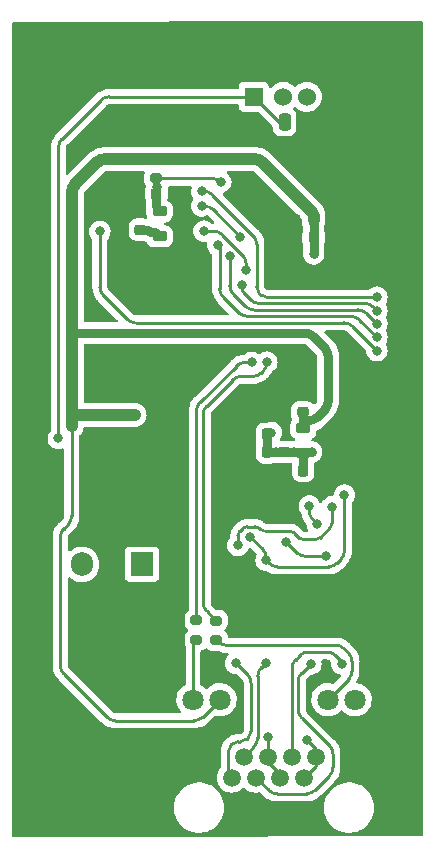
<source format=gbr>
%TF.GenerationSoftware,KiCad,Pcbnew,6.0.11+dfsg-1*%
%TF.CreationDate,2023-12-15T22:29:28+03:00*%
%TF.ProjectId,mr107,6d723130-372e-46b6-9963-61645f706362,rev?*%
%TF.SameCoordinates,Original*%
%TF.FileFunction,Copper,L1,Top*%
%TF.FilePolarity,Positive*%
%FSLAX46Y46*%
G04 Gerber Fmt 4.6, Leading zero omitted, Abs format (unit mm)*
G04 Created by KiCad (PCBNEW 6.0.11+dfsg-1) date 2023-12-15 22:29:28*
%MOMM*%
%LPD*%
G01*
G04 APERTURE LIST*
G04 Aperture macros list*
%AMRoundRect*
0 Rectangle with rounded corners*
0 $1 Rounding radius*
0 $2 $3 $4 $5 $6 $7 $8 $9 X,Y pos of 4 corners*
0 Add a 4 corners polygon primitive as box body*
4,1,4,$2,$3,$4,$5,$6,$7,$8,$9,$2,$3,0*
0 Add four circle primitives for the rounded corners*
1,1,$1+$1,$2,$3*
1,1,$1+$1,$4,$5*
1,1,$1+$1,$6,$7*
1,1,$1+$1,$8,$9*
0 Add four rect primitives between the rounded corners*
20,1,$1+$1,$2,$3,$4,$5,0*
20,1,$1+$1,$4,$5,$6,$7,0*
20,1,$1+$1,$6,$7,$8,$9,0*
20,1,$1+$1,$8,$9,$2,$3,0*%
G04 Aperture macros list end*
%TA.AperFunction,SMDPad,CuDef*%
%ADD10RoundRect,0.250000X-0.250000X-0.475000X0.250000X-0.475000X0.250000X0.475000X-0.250000X0.475000X0*%
%TD*%
%TA.AperFunction,SMDPad,CuDef*%
%ADD11RoundRect,0.218750X-0.381250X0.218750X-0.381250X-0.218750X0.381250X-0.218750X0.381250X0.218750X0*%
%TD*%
%TA.AperFunction,SMDPad,CuDef*%
%ADD12RoundRect,0.225000X0.250000X-0.225000X0.250000X0.225000X-0.250000X0.225000X-0.250000X-0.225000X0*%
%TD*%
%TA.AperFunction,SMDPad,CuDef*%
%ADD13RoundRect,0.225000X0.225000X0.250000X-0.225000X0.250000X-0.225000X-0.250000X0.225000X-0.250000X0*%
%TD*%
%TA.AperFunction,SMDPad,CuDef*%
%ADD14RoundRect,0.200000X-0.275000X0.200000X-0.275000X-0.200000X0.275000X-0.200000X0.275000X0.200000X0*%
%TD*%
%TA.AperFunction,SMDPad,CuDef*%
%ADD15RoundRect,0.225000X-0.250000X0.225000X-0.250000X-0.225000X0.250000X-0.225000X0.250000X0.225000X0*%
%TD*%
%TA.AperFunction,SMDPad,CuDef*%
%ADD16RoundRect,0.225000X-0.225000X-0.250000X0.225000X-0.250000X0.225000X0.250000X-0.225000X0.250000X0*%
%TD*%
%TA.AperFunction,ComponentPad*%
%ADD17C,1.500000*%
%TD*%
%TA.AperFunction,ComponentPad*%
%ADD18C,1.800000*%
%TD*%
%TA.AperFunction,ComponentPad*%
%ADD19C,3.000000*%
%TD*%
%TA.AperFunction,ComponentPad*%
%ADD20R,1.524000X1.524000*%
%TD*%
%TA.AperFunction,ComponentPad*%
%ADD21C,1.524000*%
%TD*%
%TA.AperFunction,ComponentPad*%
%ADD22C,3.500000*%
%TD*%
%TA.AperFunction,ComponentPad*%
%ADD23R,1.905000X2.000000*%
%TD*%
%TA.AperFunction,ComponentPad*%
%ADD24O,1.905000X2.000000*%
%TD*%
%TA.AperFunction,ViaPad*%
%ADD25C,0.800000*%
%TD*%
%TA.AperFunction,Conductor*%
%ADD26C,0.250000*%
%TD*%
%TA.AperFunction,Conductor*%
%ADD27C,0.600000*%
%TD*%
%TA.AperFunction,Conductor*%
%ADD28C,0.800000*%
%TD*%
%TA.AperFunction,Conductor*%
%ADD29C,1.000000*%
%TD*%
G04 APERTURE END LIST*
D10*
%TO.P,C25,1*%
%TO.N,+5V*%
X76670000Y-60940000D03*
%TO.P,C25,2*%
%TO.N,GND*%
X78570000Y-60940000D03*
%TD*%
D11*
%TO.P,L1,1,1*%
%TO.N,Net-(C6-Pad1)*%
X66090000Y-68512500D03*
%TO.P,L1,2,2*%
%TO.N,Net-(C7-Pad1)*%
X66090000Y-70637500D03*
%TD*%
D12*
%TO.P,C14,1*%
%TO.N,+3.3V*%
X78221814Y-85520000D03*
%TO.P,C14,2*%
%TO.N,GND*%
X78221814Y-83970000D03*
%TD*%
D13*
%TO.P,C22,1*%
%TO.N,+3.3V*%
X79125000Y-69230000D03*
%TO.P,C22,2*%
%TO.N,GND*%
X77575000Y-69230000D03*
%TD*%
D12*
%TO.P,C7,1*%
%TO.N,Net-(C7-Pad1)*%
X64460000Y-70080000D03*
%TO.P,C7,2*%
%TO.N,GND*%
X64460000Y-68530000D03*
%TD*%
D14*
%TO.P,R13,1*%
%TO.N,+3.3V*%
X65770000Y-64085000D03*
%TO.P,R13,2*%
%TO.N,Net-(C6-Pad1)*%
X65770000Y-65735000D03*
%TD*%
D15*
%TO.P,C15,1*%
%TO.N,Net-(C11-Pad1)*%
X76631814Y-88910000D03*
%TO.P,C15,2*%
%TO.N,GND*%
X76631814Y-90460000D03*
%TD*%
D13*
%TO.P,C12,1*%
%TO.N,Net-(C11-Pad1)*%
X75186814Y-88905000D03*
%TO.P,C12,2*%
%TO.N,GND*%
X73636814Y-88905000D03*
%TD*%
D14*
%TO.P,R9,1*%
%TO.N,Net-(R9-Pad1)*%
X70870000Y-103165000D03*
%TO.P,R9,2*%
%TO.N,act*%
X70870000Y-104815000D03*
%TD*%
%TO.P,R8,1*%
%TO.N,Net-(R8-Pad1)*%
X69210000Y-103145000D03*
%TO.P,R8,2*%
%TO.N,link*%
X69210000Y-104795000D03*
%TD*%
D13*
%TO.P,C21,1*%
%TO.N,+3.3V*%
X79135000Y-70730000D03*
%TO.P,C21,2*%
%TO.N,GND*%
X77585000Y-70730000D03*
%TD*%
D16*
%TO.P,C11,1*%
%TO.N,Net-(C11-Pad1)*%
X78246814Y-90475000D03*
%TO.P,C11,2*%
%TO.N,GND*%
X79796814Y-90475000D03*
%TD*%
D11*
%TO.P,L2,1,1*%
%TO.N,+3.3V*%
X78261814Y-86892500D03*
%TO.P,L2,2,2*%
%TO.N,Net-(C11-Pad1)*%
X78261814Y-89017500D03*
%TD*%
D13*
%TO.P,C13,1*%
%TO.N,Net-(C11-Pad1)*%
X75185000Y-87390000D03*
%TO.P,C13,2*%
%TO.N,GND*%
X73635000Y-87390000D03*
%TD*%
%TO.P,C6,1*%
%TO.N,Net-(C6-Pad1)*%
X65825000Y-67025000D03*
%TO.P,C6,2*%
%TO.N,GND*%
X64275000Y-67025000D03*
%TD*%
D17*
%TO.P,J10,1*%
%TO.N,Net-(D4-Pad16)*%
X72210000Y-116467500D03*
%TO.P,J10,2*%
%TO.N,Net-(D4-Pad14)*%
X73230000Y-114687500D03*
%TO.P,J10,3*%
%TO.N,Net-(D4-Pad11)*%
X74250000Y-116467500D03*
%TO.P,J10,4*%
%TO.N,Net-(D5-Pad2)*%
X75270000Y-114687500D03*
%TO.P,J10,5*%
X76290000Y-116467500D03*
%TO.P,J10,6*%
%TO.N,Net-(D4-Pad9)*%
X77310000Y-114687500D03*
%TO.P,J10,7*%
%TO.N,Net-(D5-Pad1)*%
X78330000Y-116467500D03*
%TO.P,J10,8*%
X79350000Y-114687500D03*
D18*
%TO.P,J10,9,-*%
%TO.N,link*%
X68920000Y-109867500D03*
%TO.P,J10,10,+*%
%TO.N,+3.3V*%
X71210000Y-109867500D03*
%TO.P,J10,11,-*%
%TO.N,act*%
X80350000Y-109867500D03*
%TO.P,J10,12,+*%
%TO.N,+3.3V*%
X82640000Y-109867500D03*
D19*
%TO.P,J10,s*%
%TO.N,GND*%
X67655000Y-115777500D03*
X83905000Y-115577500D03*
%TD*%
D20*
%TO.P,J1,1,VBUS*%
%TO.N,+5V*%
X74060000Y-58820000D03*
D21*
%TO.P,J1,2,D-*%
%TO.N,Net-(J1-Pad2)*%
X76560000Y-58820000D03*
%TO.P,J1,3,D+*%
%TO.N,Net-(J1-Pad3)*%
X78560000Y-58820000D03*
%TO.P,J1,4,GND*%
%TO.N,GND*%
X81060000Y-58820000D03*
D22*
%TO.P,J1,5,Shield*%
X84130000Y-56110000D03*
X70990000Y-56110000D03*
%TD*%
D23*
%TO.P,U4,1,IN*%
%TO.N,passive_PoE*%
X64600000Y-98410000D03*
D24*
%TO.P,U4,2,GND*%
%TO.N,GND*%
X62060000Y-98410000D03*
%TO.P,U4,3,OUT*%
%TO.N,Net-(C1-Pad1)*%
X59520000Y-98410000D03*
%TD*%
D25*
%TO.N,GND*%
X66840000Y-100840000D03*
X74220000Y-66940000D03*
X71840000Y-100880000D03*
X77020000Y-70640000D03*
X82330000Y-82910000D03*
X66510000Y-86920000D03*
X78371814Y-84135000D03*
X80700000Y-88860000D03*
X67430000Y-76200000D03*
X63685000Y-68033000D03*
X72380000Y-88190000D03*
X77170000Y-93850000D03*
X59190000Y-63210000D03*
%TO.N,+5V*%
X57520000Y-87730000D03*
%TO.N,Net-(C6-Pad1)*%
X65905000Y-66493000D03*
X71270000Y-66030000D03*
%TO.N,+3.3V*%
X63975000Y-85753000D03*
X79130000Y-69280000D03*
X78211814Y-85635000D03*
X79140000Y-72120000D03*
%TO.N,Net-(C7-Pad1)*%
X65405000Y-70233000D03*
%TO.N,Net-(C11-Pad1)*%
X78961814Y-88895000D03*
X75561814Y-87255000D03*
X75971814Y-88895000D03*
X77451814Y-88895000D03*
%TO.N,Net-(C19-Pad1)*%
X76830000Y-96520000D03*
X80150000Y-97740000D03*
%TO.N,Net-(C23-Pad1)*%
X78770000Y-93470000D03*
X79426028Y-94989214D03*
%TO.N,SCLK*%
X84490000Y-76922500D03*
X73030000Y-74730000D03*
%TO.N,SS_USB*%
X69645000Y-68063000D03*
X72930000Y-70680000D03*
%TO.N,MISO*%
X72035000Y-72343000D03*
X84490000Y-78055000D03*
%TO.N,MOSI*%
X71005000Y-71353000D03*
X84490000Y-79187500D03*
%TO.N,Net-(D4-Pad1)*%
X72720000Y-96810000D03*
X80700000Y-93520000D03*
%TO.N,Net-(R8-Pad1)*%
X73900000Y-81310000D03*
%TO.N,Net-(R9-Pad1)*%
X75170000Y-81290000D03*
%TO.N,SS_ETH*%
X84490000Y-75790000D03*
X69665000Y-66813000D03*
%TO.N,RST_ETH*%
X84490000Y-80320000D03*
X61035000Y-70213000D03*
%TO.N,RST_USB*%
X73400000Y-73450000D03*
X69840000Y-70190000D03*
%TO.N,Net-(D4-Pad3)*%
X73736814Y-96060000D03*
X75106814Y-98060000D03*
X81741814Y-92545000D03*
%TO.N,Net-(D4-Pad9)*%
X81500000Y-106810000D03*
%TO.N,Net-(D4-Pad11)*%
X78900000Y-106830000D03*
%TO.N,Net-(D4-Pad14)*%
X75100000Y-106760000D03*
%TO.N,Net-(D4-Pad16)*%
X72540000Y-106790000D03*
%TO.N,Net-(D5-Pad1)*%
X78550000Y-113280000D03*
%TO.N,Net-(D5-Pad2)*%
X75270000Y-113020000D03*
%TD*%
D26*
%TO.N,+5V*%
X57530000Y-63104214D02*
X57530000Y-87720000D01*
X57530000Y-87720000D02*
X57520000Y-87730000D01*
X76180000Y-60940000D02*
X74060000Y-58820000D01*
X61107107Y-59112893D02*
X57822893Y-62397107D01*
X74060000Y-58820000D02*
X61814214Y-58820000D01*
X76670000Y-60940000D02*
X76180000Y-60940000D01*
X57530010Y-63104214D02*
G75*
G02*
X57822893Y-62397107I999990J14D01*
G01*
X61107100Y-59112886D02*
G75*
G02*
X61814214Y-58820000I707100J-707114D01*
G01*
D27*
%TO.N,Net-(C6-Pad1)*%
X65770000Y-65735000D02*
X65770000Y-66970000D01*
D26*
X65770000Y-65735000D02*
X70560786Y-65735000D01*
D28*
X65825000Y-67025000D02*
X65825000Y-68040393D01*
D26*
X65770000Y-66970000D02*
X65825000Y-67025000D01*
D28*
X65971447Y-68393947D02*
X66090000Y-68512500D01*
D26*
X71267893Y-66027893D02*
X71270000Y-66030000D01*
X71267900Y-66027886D02*
G75*
G03*
X70560786Y-65735000I-707100J-707114D01*
G01*
D28*
X65825005Y-68040393D02*
G75*
G03*
X65971447Y-68393947I499995J-7D01*
G01*
D29*
%TO.N,+3.3V*%
X63975000Y-85753000D02*
X58657000Y-85753000D01*
D28*
X79135000Y-70730000D02*
X79135000Y-72115000D01*
X79125000Y-69230000D02*
X79125000Y-70720000D01*
D26*
X58650000Y-94310000D02*
X58650000Y-86700000D01*
X61647107Y-111347107D02*
X57982893Y-107682893D01*
D29*
X58650000Y-78740000D02*
X58650000Y-81370000D01*
D26*
X79125000Y-70720000D02*
X79135000Y-70730000D01*
X57982893Y-95391321D02*
X58357107Y-95017107D01*
D29*
X58650000Y-85760000D02*
X58650000Y-86700000D01*
D28*
X78261814Y-86892500D02*
X78261814Y-86258186D01*
D29*
X65770000Y-64085000D02*
X74080786Y-64085000D01*
D28*
X80067107Y-80077107D02*
X79102893Y-79112893D01*
X78395786Y-78820000D02*
X58730000Y-78820000D01*
D26*
X78284314Y-86915000D02*
X78261814Y-86892500D01*
D28*
X78261814Y-86258186D02*
X78261814Y-85630000D01*
X79394707Y-85965293D02*
X80067107Y-85292893D01*
D26*
X69023286Y-111640000D02*
X62354214Y-111640000D01*
X78261814Y-85630000D02*
X78231814Y-85600000D01*
D29*
X58650000Y-81370000D02*
X58650000Y-83345786D01*
D26*
X57690000Y-106975786D02*
X57690000Y-96098428D01*
D28*
X58730000Y-78820000D02*
X58650000Y-78740000D01*
D26*
X71210000Y-109867500D02*
X69730393Y-111347107D01*
D29*
X74787893Y-64377893D02*
X78978554Y-68568554D01*
X60812107Y-64377893D02*
X58942893Y-66247107D01*
D26*
X79135000Y-72115000D02*
X79140000Y-72120000D01*
D29*
X65770000Y-64085000D02*
X61519214Y-64085000D01*
D28*
X80360000Y-84585786D02*
X80360000Y-80784214D01*
X78261814Y-86258186D02*
X78687600Y-86258186D01*
D29*
X79125000Y-68922107D02*
X79125000Y-69230000D01*
X58650000Y-66954214D02*
X58650000Y-78740000D01*
X58650000Y-83345786D02*
X58650000Y-85760000D01*
X58657000Y-85753000D02*
X58650000Y-85760000D01*
D26*
X58357107Y-95017107D02*
G75*
G03*
X58650000Y-94310000I-707107J707107D01*
G01*
D28*
X78395786Y-78820010D02*
G75*
G02*
X79102893Y-79112893I14J-999990D01*
G01*
D29*
X74080786Y-64085010D02*
G75*
G02*
X74787893Y-64377893I14J-999990D01*
G01*
D28*
X80359990Y-80784214D02*
G75*
G03*
X80067107Y-80077107I-999990J14D01*
G01*
D26*
X62354214Y-111639990D02*
G75*
G02*
X61647107Y-111347107I-14J999990D01*
G01*
X57982886Y-107682900D02*
G75*
G02*
X57690000Y-106975786I707114J707100D01*
G01*
D28*
X79394704Y-85965290D02*
G75*
G02*
X78687600Y-86258186I-707104J707090D01*
G01*
D29*
X58650010Y-66954214D02*
G75*
G02*
X58942893Y-66247107I999990J14D01*
G01*
D26*
X69023286Y-111639990D02*
G75*
G03*
X69730393Y-111347107I14J999990D01*
G01*
D29*
X79124995Y-68922107D02*
G75*
G03*
X78978554Y-68568554I-499995J7D01*
G01*
X61519214Y-64085010D02*
G75*
G03*
X60812107Y-64377893I-14J-999990D01*
G01*
D26*
X57982879Y-95391307D02*
G75*
G03*
X57690000Y-96098428I707121J-707093D01*
G01*
D28*
X80359990Y-84585786D02*
G75*
G02*
X80067107Y-85292893I-999990J-14D01*
G01*
%TO.N,Net-(C7-Pad1)*%
X65290000Y-70255000D02*
X65707500Y-70255000D01*
X65115000Y-70080000D02*
X65290000Y-70255000D01*
X65707500Y-70255000D02*
X66090000Y-70637500D01*
X64460000Y-70080000D02*
X65115000Y-70080000D01*
D27*
%TO.N,Net-(C11-Pad1)*%
X75221814Y-88895000D02*
X75186814Y-88860000D01*
D28*
X78961814Y-88895000D02*
X75221814Y-88895000D01*
D26*
X75186814Y-87391814D02*
X75185000Y-87390000D01*
X78186814Y-89160000D02*
X78261814Y-89085000D01*
D28*
X75186814Y-88905000D02*
X75186814Y-87391814D01*
D26*
X78246814Y-89032500D02*
X78261814Y-89017500D01*
D28*
X78246814Y-90475000D02*
X78246814Y-89032500D01*
D26*
%TO.N,Net-(C19-Pad1)*%
X77757107Y-97447107D02*
X76830000Y-96520000D01*
X80150000Y-97740000D02*
X78464214Y-97740000D01*
X77757100Y-97447114D02*
G75*
G03*
X78464214Y-97740000I707100J707114D01*
G01*
%TO.N,Net-(C23-Pad1)*%
X78770000Y-93470000D02*
X78770000Y-93918972D01*
X79062893Y-94626079D02*
X79426028Y-94989214D01*
X78770020Y-93918972D02*
G75*
G03*
X79062893Y-94626079I999980J-28D01*
G01*
%TO.N,SCLK*%
X73807107Y-76027107D02*
X73322893Y-75542893D01*
X84490000Y-76922500D02*
X84180393Y-76612893D01*
X73030000Y-74835786D02*
X73030000Y-74730000D01*
X83473286Y-76320000D02*
X74514214Y-76320000D01*
X74514214Y-76319990D02*
G75*
G02*
X73807107Y-76027107I-14J999990D01*
G01*
X73322886Y-75542900D02*
G75*
G02*
X73030000Y-74835786I707114J707100D01*
G01*
X83473286Y-76320010D02*
G75*
G02*
X84180393Y-76612893I14J-999990D01*
G01*
%TO.N,SS_USB*%
X69645000Y-68063000D02*
X69898786Y-68063000D01*
X70605893Y-68355893D02*
X72930000Y-70680000D01*
X70605900Y-68355886D02*
G75*
G03*
X69898786Y-68063000I-707100J-707114D01*
G01*
%TO.N,MISO*%
X84490000Y-78055000D02*
X83577893Y-77142893D01*
X73347107Y-76557107D02*
X72327893Y-75537893D01*
X82870786Y-76850000D02*
X74054214Y-76850000D01*
X72035000Y-74830786D02*
X72035000Y-72343000D01*
X72035010Y-74830786D02*
G75*
G03*
X72327893Y-75537893I999990J-14D01*
G01*
X74054214Y-76849990D02*
G75*
G02*
X73347107Y-76557107I-14J999990D01*
G01*
X82870786Y-76850010D02*
G75*
G02*
X83577893Y-77142893I14J-999990D01*
G01*
%TO.N,MOSI*%
X84490000Y-79187500D02*
X83005393Y-77702893D01*
X71170000Y-75065786D02*
X71170000Y-71518000D01*
X71170000Y-71518000D02*
X71005000Y-71353000D01*
X82298286Y-77410000D02*
X73514214Y-77410000D01*
X72807107Y-77117107D02*
X71462893Y-75772893D01*
X71462886Y-75772900D02*
G75*
G02*
X71170000Y-75065786I707114J707100D01*
G01*
X72807100Y-77117114D02*
G75*
G03*
X73514214Y-77410000I707100J707114D01*
G01*
X82298286Y-77410010D02*
G75*
G02*
X83005393Y-77702893I14J-999990D01*
G01*
%TO.N,Net-(D4-Pad1)*%
X74536447Y-95356447D02*
X74633554Y-95453554D01*
X72866447Y-95613553D02*
X73123554Y-95356446D01*
X74987107Y-95600000D02*
X77132893Y-95600000D01*
X73477107Y-95210000D02*
X74182893Y-95210000D01*
X80700000Y-94912893D02*
X80700000Y-93520000D01*
X79676447Y-96143553D02*
X80553554Y-95266446D01*
X78237107Y-96290000D02*
X79322893Y-96290000D01*
X72720000Y-96810000D02*
X72720000Y-95967107D01*
X77486447Y-95746447D02*
X77883554Y-96143554D01*
X74536450Y-95356444D02*
G75*
G03*
X74182893Y-95210000I-353550J-353556D01*
G01*
X73123551Y-95356443D02*
G75*
G02*
X73477107Y-95210000I353549J-353557D01*
G01*
X74633551Y-95453557D02*
G75*
G03*
X74987107Y-95600000I353549J353557D01*
G01*
X79322893Y-96289995D02*
G75*
G03*
X79676447Y-96143553I7J499995D01*
G01*
X77883551Y-96143557D02*
G75*
G03*
X78237107Y-96290000I353549J353557D01*
G01*
X72866444Y-95613550D02*
G75*
G03*
X72720000Y-95967107I353556J-353550D01*
G01*
X77486450Y-95746444D02*
G75*
G03*
X77132893Y-95600000I-353550J-353556D01*
G01*
X80699995Y-94912893D02*
G75*
G02*
X80553554Y-95266446I-499995J-7D01*
G01*
%TO.N,Net-(R8-Pad1)*%
X72607107Y-81602893D02*
X69502893Y-84707107D01*
X69210000Y-85414214D02*
X69210000Y-103145000D01*
X73900000Y-81310000D02*
X73314214Y-81310000D01*
X69210010Y-85414214D02*
G75*
G02*
X69502893Y-84707107I999990J14D01*
G01*
X73314214Y-81310010D02*
G75*
G03*
X72607107Y-81602893I-14J-999990D01*
G01*
%TO.N,Net-(R9-Pad1)*%
X74702893Y-82207107D02*
X74877107Y-82032893D01*
X69780000Y-101660786D02*
X69780000Y-85714214D01*
X72994214Y-82500000D02*
X73995786Y-82500000D01*
X70072893Y-85007107D02*
X72287107Y-82792893D01*
X75170000Y-81325786D02*
X75170000Y-81290000D01*
X70870000Y-103165000D02*
X70072893Y-102367893D01*
X70072886Y-85007100D02*
G75*
G03*
X69780000Y-85714214I707114J-707100D01*
G01*
X75169990Y-81325786D02*
G75*
G02*
X74877107Y-82032893I-999990J-14D01*
G01*
X73995786Y-82499990D02*
G75*
G03*
X74702893Y-82207107I14J999990D01*
G01*
X72287100Y-82792886D02*
G75*
G02*
X72994214Y-82500000I707100J-707114D01*
G01*
X69780010Y-101660786D02*
G75*
G03*
X70072893Y-102367893I999990J-14D01*
G01*
%TO.N,SS_ETH*%
X69838786Y-66813000D02*
X69665000Y-66813000D01*
X74635685Y-75575685D02*
X74544314Y-75484314D01*
X74310000Y-74918629D02*
X74310000Y-71284214D01*
X84430000Y-75810000D02*
X75201371Y-75810000D01*
X74017107Y-70577107D02*
X70545893Y-67105893D01*
X84450000Y-75790000D02*
X84430000Y-75810000D01*
X69838786Y-66813010D02*
G75*
G02*
X70545893Y-67105893I14J-999990D01*
G01*
X74309980Y-74918629D02*
G75*
G03*
X74544314Y-75484314I800020J29D01*
G01*
X75201371Y-75810020D02*
G75*
G02*
X74635685Y-75575685I29J800020D01*
G01*
X74017114Y-70577100D02*
G75*
G02*
X74310000Y-71284214I-707114J-707100D01*
G01*
%TO.N,RST_ETH*%
X84490000Y-80320000D02*
X82422893Y-78252893D01*
X63367107Y-77667107D02*
X61327893Y-75627893D01*
X81715786Y-77960000D02*
X64074214Y-77960000D01*
X61035000Y-74920786D02*
X61035000Y-70213000D01*
X61327886Y-75627900D02*
G75*
G02*
X61035000Y-74920786I707114J707100D01*
G01*
X63367100Y-77667114D02*
G75*
G03*
X64074214Y-77960000I707100J707114D01*
G01*
X81715786Y-77960010D02*
G75*
G02*
X82422893Y-78252893I14J-999990D01*
G01*
%TO.N,RST_USB*%
X70668786Y-70193000D02*
X69843000Y-70193000D01*
X73107107Y-72217107D02*
X71375893Y-70485893D01*
X73400000Y-73450000D02*
X73400000Y-72924214D01*
X69843000Y-70193000D02*
X69840000Y-70190000D01*
X71375900Y-70485886D02*
G75*
G03*
X70668786Y-70193000I-707100J-707114D01*
G01*
X73399990Y-72924214D02*
G75*
G03*
X73107107Y-72217107I-999990J14D01*
G01*
%TO.N,Net-(D4-Pad3)*%
X75106814Y-98060000D02*
X75106814Y-97844214D01*
X74813921Y-97137107D02*
X73736814Y-96060000D01*
X75106814Y-98060000D02*
X75363921Y-98317107D01*
X76071028Y-98610000D02*
X80405786Y-98610000D01*
X81112893Y-98317107D02*
X81448921Y-97981079D01*
X81741814Y-97273972D02*
X81741814Y-92545000D01*
X75106800Y-97844214D02*
G75*
G03*
X74813921Y-97137107I-1000000J14D01*
G01*
X81741790Y-97273972D02*
G75*
G02*
X81448921Y-97981079I-999990J-28D01*
G01*
X75363907Y-98317121D02*
G75*
G03*
X76071028Y-98610000I707093J707121D01*
G01*
X81112900Y-98317114D02*
G75*
G02*
X80405786Y-98610000I-707100J707114D01*
G01*
%TO.N,Net-(D4-Pad9)*%
X81500000Y-106640000D02*
X81500000Y-106810000D01*
X80982893Y-106122893D02*
X81500000Y-106640000D01*
X77602893Y-106487107D02*
X77967107Y-106122893D01*
X77310000Y-114687500D02*
X77310000Y-107194214D01*
X78674214Y-105830000D02*
X80275786Y-105830000D01*
X77602886Y-106487100D02*
G75*
G03*
X77310000Y-107194214I707114J-707100D01*
G01*
X77967100Y-106122886D02*
G75*
G02*
X78674214Y-105830000I707100J-707114D01*
G01*
X80982900Y-106122886D02*
G75*
G03*
X80275786Y-105830000I-707100J-707114D01*
G01*
%TO.N,Net-(D4-Pad11)*%
X79252893Y-117537107D02*
X80477107Y-116312893D01*
X74250000Y-116467500D02*
X75319607Y-117537107D01*
X80770000Y-115605786D02*
X80770000Y-114454214D01*
X80477107Y-113747107D02*
X78112893Y-111382893D01*
X77820000Y-110675786D02*
X77820000Y-108324214D01*
X76026714Y-117830000D02*
X78545786Y-117830000D01*
X78112893Y-107617107D02*
X78900000Y-106830000D01*
X78112886Y-111382900D02*
G75*
G02*
X77820000Y-110675786I707114J707100D01*
G01*
X75319600Y-117537114D02*
G75*
G03*
X76026714Y-117830000I707100J707114D01*
G01*
X79252900Y-117537114D02*
G75*
G02*
X78545786Y-117830000I-707100J707114D01*
G01*
X80769990Y-114454214D02*
G75*
G03*
X80477107Y-113747107I-999990J14D01*
G01*
X80477114Y-116312900D02*
G75*
G03*
X80770000Y-115605786I-707114J707100D01*
G01*
X78112886Y-107617100D02*
G75*
G03*
X77820000Y-108324214I707114J-707100D01*
G01*
%TO.N,Net-(D4-Pad14)*%
X74692893Y-107167107D02*
X75100000Y-106760000D01*
X73230000Y-114687500D02*
X74107107Y-113810393D01*
X74400000Y-113103286D02*
X74400000Y-107874214D01*
X74107114Y-113810400D02*
G75*
G03*
X74400000Y-113103286I-707114J707100D01*
G01*
X74400010Y-107874214D02*
G75*
G02*
X74692893Y-107167107I999990J14D01*
G01*
%TO.N,Net-(D4-Pad16)*%
X71920000Y-116177500D02*
X72210000Y-116467500D01*
X72175685Y-113654315D02*
X72154314Y-113675686D01*
X72570000Y-106790000D02*
X73547107Y-107767107D01*
X73840000Y-108474214D02*
X73840000Y-112518629D01*
X72938629Y-113420000D02*
X72741371Y-113420000D01*
X72540000Y-106790000D02*
X72570000Y-106790000D01*
X71920000Y-114241371D02*
X71920000Y-116177500D01*
X73605685Y-113084315D02*
X73504314Y-113185686D01*
X73605670Y-113084300D02*
G75*
G03*
X73840000Y-112518629I-565670J565700D01*
G01*
X73504299Y-113185671D02*
G75*
G02*
X72938629Y-113420000I-565699J565671D01*
G01*
X72175700Y-113654330D02*
G75*
G02*
X72741371Y-113420000I565700J-565670D01*
G01*
X71919980Y-114241371D02*
G75*
G02*
X72154314Y-113675686I800020J-29D01*
G01*
X73547114Y-107767100D02*
G75*
G02*
X73840000Y-108474214I-707114J-707100D01*
G01*
%TO.N,Net-(D5-Pad1)*%
X79350000Y-114687500D02*
X79350000Y-115447500D01*
X79350000Y-115447500D02*
X78330000Y-116467500D01*
X79350000Y-114080000D02*
X78550000Y-113280000D01*
X79350000Y-114687500D02*
X79350000Y-114080000D01*
%TO.N,Net-(D5-Pad2)*%
X76290000Y-116180000D02*
X75270000Y-115160000D01*
X75270000Y-115160000D02*
X75270000Y-114687500D01*
X76290000Y-116467500D02*
X76290000Y-116180000D01*
X75270000Y-114687500D02*
X75270000Y-113020000D01*
%TO.N,link*%
X68920000Y-105085000D02*
X68920000Y-109867500D01*
X69210000Y-104795000D02*
X68920000Y-105085000D01*
%TO.N,act*%
X82380000Y-107423286D02*
X82380000Y-106634214D01*
X81005786Y-105260000D02*
X71729214Y-105260000D01*
X80350000Y-109867500D02*
X82087107Y-108130393D01*
X71022107Y-104967107D02*
X70870000Y-104815000D01*
X82087107Y-105927107D02*
X81712893Y-105552893D01*
X81005786Y-105260010D02*
G75*
G02*
X81712893Y-105552893I14J-999990D01*
G01*
X82087114Y-105927100D02*
G75*
G02*
X82380000Y-106634214I-707114J-707100D01*
G01*
X71022100Y-104967114D02*
G75*
G03*
X71729214Y-105260000I707100J707114D01*
G01*
X82379990Y-107423286D02*
G75*
G02*
X82087107Y-108130393I-999990J-14D01*
G01*
%TD*%
%TA.AperFunction,Conductor*%
%TO.N,GND*%
G36*
X88346990Y-52450937D02*
G01*
X88393576Y-52504512D01*
X88405054Y-52557054D01*
X88405054Y-121313051D01*
X88385052Y-121381172D01*
X88331396Y-121427665D01*
X88279274Y-121439051D01*
X62046212Y-121484798D01*
X53708274Y-121499338D01*
X53640118Y-121479455D01*
X53593532Y-121425880D01*
X53582054Y-121373338D01*
X53582054Y-118985106D01*
X67291632Y-118985106D01*
X67308378Y-119275523D01*
X67309203Y-119279728D01*
X67309204Y-119279736D01*
X67341615Y-119444936D01*
X67364382Y-119560981D01*
X67365769Y-119565032D01*
X67365770Y-119565036D01*
X67457220Y-119832141D01*
X67457224Y-119832150D01*
X67458609Y-119836196D01*
X67589316Y-120096077D01*
X67754083Y-120335815D01*
X67949862Y-120550973D01*
X67953151Y-120553723D01*
X68169738Y-120734819D01*
X68169743Y-120734823D01*
X68173030Y-120737571D01*
X68238058Y-120778363D01*
X68415817Y-120889871D01*
X68415821Y-120889873D01*
X68419457Y-120892154D01*
X68684584Y-121011863D01*
X68688703Y-121013083D01*
X68959391Y-121093265D01*
X68959396Y-121093266D01*
X68963504Y-121094483D01*
X68967738Y-121095131D01*
X68967743Y-121095132D01*
X69223635Y-121134289D01*
X69251056Y-121138485D01*
X69399176Y-121140812D01*
X69537629Y-121142987D01*
X69537635Y-121142987D01*
X69541920Y-121143054D01*
X69830712Y-121108107D01*
X70112090Y-121034289D01*
X70380846Y-120922966D01*
X70632007Y-120776199D01*
X70860926Y-120596704D01*
X70902578Y-120553723D01*
X71060383Y-120390880D01*
X71063366Y-120387802D01*
X71235583Y-120153358D01*
X71374388Y-119897710D01*
X71477213Y-119625590D01*
X71542157Y-119342033D01*
X71568016Y-119052285D01*
X71568485Y-119007500D01*
X71568316Y-119005019D01*
X71566958Y-118985106D01*
X79991632Y-118985106D01*
X80008378Y-119275523D01*
X80009203Y-119279728D01*
X80009204Y-119279736D01*
X80041615Y-119444936D01*
X80064382Y-119560981D01*
X80065769Y-119565032D01*
X80065770Y-119565036D01*
X80157220Y-119832141D01*
X80157224Y-119832150D01*
X80158609Y-119836196D01*
X80289316Y-120096077D01*
X80454083Y-120335815D01*
X80649862Y-120550973D01*
X80653151Y-120553723D01*
X80869738Y-120734819D01*
X80869743Y-120734823D01*
X80873030Y-120737571D01*
X80938058Y-120778363D01*
X81115817Y-120889871D01*
X81115821Y-120889873D01*
X81119457Y-120892154D01*
X81384584Y-121011863D01*
X81388703Y-121013083D01*
X81659391Y-121093265D01*
X81659396Y-121093266D01*
X81663504Y-121094483D01*
X81667738Y-121095131D01*
X81667743Y-121095132D01*
X81923635Y-121134289D01*
X81951056Y-121138485D01*
X82099176Y-121140812D01*
X82237629Y-121142987D01*
X82237635Y-121142987D01*
X82241920Y-121143054D01*
X82530712Y-121108107D01*
X82812090Y-121034289D01*
X83080846Y-120922966D01*
X83332007Y-120776199D01*
X83560926Y-120596704D01*
X83602578Y-120553723D01*
X83760383Y-120390880D01*
X83763366Y-120387802D01*
X83935583Y-120153358D01*
X84074388Y-119897710D01*
X84177213Y-119625590D01*
X84242157Y-119342033D01*
X84268016Y-119052285D01*
X84268485Y-119007500D01*
X84268316Y-119005019D01*
X84248991Y-118721551D01*
X84248990Y-118721545D01*
X84248699Y-118717274D01*
X84189709Y-118432419D01*
X84092605Y-118158205D01*
X84019030Y-118015656D01*
X83961149Y-117903514D01*
X83961149Y-117903513D01*
X83959184Y-117899707D01*
X83945765Y-117880613D01*
X83875550Y-117780708D01*
X83791915Y-117661708D01*
X83593894Y-117448612D01*
X83590578Y-117445898D01*
X83590575Y-117445895D01*
X83392088Y-117283435D01*
X83368784Y-117264361D01*
X83120752Y-117112367D01*
X83116835Y-117110648D01*
X83116832Y-117110646D01*
X82999273Y-117059042D01*
X82854386Y-116995441D01*
X82850258Y-116994265D01*
X82850255Y-116994264D01*
X82764087Y-116969718D01*
X82574616Y-116915746D01*
X82570374Y-116915142D01*
X82570368Y-116915141D01*
X82290870Y-116875363D01*
X82286619Y-116874758D01*
X82133232Y-116873955D01*
X82000009Y-116873257D01*
X82000003Y-116873257D01*
X81995723Y-116873235D01*
X81991479Y-116873794D01*
X81991475Y-116873794D01*
X81864456Y-116890517D01*
X81707313Y-116911205D01*
X81703173Y-116912338D01*
X81703171Y-116912338D01*
X81686411Y-116916923D01*
X81426724Y-116987965D01*
X81422776Y-116989649D01*
X81163100Y-117100410D01*
X81163096Y-117100412D01*
X81159148Y-117102096D01*
X80909538Y-117251485D01*
X80906187Y-117254169D01*
X80906185Y-117254171D01*
X80864682Y-117287421D01*
X80682511Y-117433367D01*
X80482269Y-117644378D01*
X80312517Y-117880613D01*
X80176397Y-118137700D01*
X80174925Y-118141723D01*
X80174923Y-118141727D01*
X80135476Y-118249521D01*
X80076426Y-118410882D01*
X80014456Y-118695104D01*
X80012711Y-118717274D01*
X79992170Y-118978273D01*
X79992168Y-118978273D01*
X79992169Y-118978280D01*
X79991632Y-118985106D01*
X71566958Y-118985106D01*
X71548991Y-118721551D01*
X71548990Y-118721545D01*
X71548699Y-118717274D01*
X71489709Y-118432419D01*
X71392605Y-118158205D01*
X71319030Y-118015656D01*
X71261149Y-117903514D01*
X71261149Y-117903513D01*
X71259184Y-117899707D01*
X71245765Y-117880613D01*
X71175550Y-117780708D01*
X71091915Y-117661708D01*
X70893894Y-117448612D01*
X70890578Y-117445898D01*
X70890575Y-117445895D01*
X70692088Y-117283435D01*
X70668784Y-117264361D01*
X70420752Y-117112367D01*
X70416835Y-117110648D01*
X70416832Y-117110646D01*
X70299273Y-117059042D01*
X70154386Y-116995441D01*
X70150258Y-116994265D01*
X70150255Y-116994264D01*
X70064087Y-116969718D01*
X69874616Y-116915746D01*
X69870374Y-116915142D01*
X69870368Y-116915141D01*
X69590870Y-116875363D01*
X69586619Y-116874758D01*
X69433232Y-116873955D01*
X69300009Y-116873257D01*
X69300003Y-116873257D01*
X69295723Y-116873235D01*
X69291479Y-116873794D01*
X69291475Y-116873794D01*
X69164456Y-116890517D01*
X69007313Y-116911205D01*
X69003173Y-116912338D01*
X69003171Y-116912338D01*
X68986411Y-116916923D01*
X68726724Y-116987965D01*
X68722776Y-116989649D01*
X68463100Y-117100410D01*
X68463096Y-117100412D01*
X68459148Y-117102096D01*
X68209538Y-117251485D01*
X68206187Y-117254169D01*
X68206185Y-117254171D01*
X68164682Y-117287421D01*
X67982511Y-117433367D01*
X67782269Y-117644378D01*
X67612517Y-117880613D01*
X67476397Y-118137700D01*
X67474925Y-118141723D01*
X67474923Y-118141727D01*
X67435476Y-118249521D01*
X67376426Y-118410882D01*
X67314456Y-118695104D01*
X67312711Y-118717274D01*
X67292170Y-118978273D01*
X67292168Y-118978273D01*
X67292169Y-118978280D01*
X67291632Y-118985106D01*
X53582054Y-118985106D01*
X53582054Y-87730000D01*
X56606496Y-87730000D01*
X56607186Y-87736565D01*
X56622035Y-87877842D01*
X56626458Y-87919928D01*
X56685473Y-88101556D01*
X56780960Y-88266944D01*
X56785378Y-88271851D01*
X56785379Y-88271852D01*
X56904325Y-88403955D01*
X56908747Y-88408866D01*
X57063248Y-88521118D01*
X57069276Y-88523802D01*
X57069278Y-88523803D01*
X57231681Y-88596109D01*
X57237712Y-88598794D01*
X57303191Y-88612712D01*
X57418056Y-88637128D01*
X57418061Y-88637128D01*
X57424513Y-88638500D01*
X57615487Y-88638500D01*
X57621939Y-88637128D01*
X57621944Y-88637128D01*
X57736809Y-88612712D01*
X57802288Y-88598794D01*
X57839251Y-88582337D01*
X57909618Y-88572903D01*
X57973915Y-88603009D01*
X58011729Y-88663098D01*
X58016500Y-88697444D01*
X58016500Y-94259982D01*
X58015422Y-94276428D01*
X58011882Y-94303317D01*
X58012716Y-94310868D01*
X58012717Y-94310881D01*
X58012399Y-94341150D01*
X58006177Y-94388409D01*
X57997664Y-94420179D01*
X57973745Y-94477926D01*
X57957301Y-94506409D01*
X57930896Y-94540821D01*
X57919093Y-94554138D01*
X57916637Y-94556543D01*
X57910615Y-94561164D01*
X57905868Y-94567089D01*
X57905867Y-94567090D01*
X57888634Y-94588600D01*
X57879396Y-94598913D01*
X57573117Y-94905192D01*
X57559677Y-94916856D01*
X57541190Y-94930737D01*
X57538238Y-94933628D01*
X57538237Y-94933629D01*
X57534592Y-94937198D01*
X57534586Y-94937205D01*
X57531642Y-94940088D01*
X57529101Y-94943329D01*
X57529092Y-94943339D01*
X57521131Y-94953494D01*
X57516714Y-94958819D01*
X57391256Y-95101882D01*
X57272294Y-95279929D01*
X57177590Y-95471981D01*
X57108764Y-95674752D01*
X57107962Y-95678785D01*
X57107960Y-95678792D01*
X57067797Y-95880733D01*
X57066994Y-95884771D01*
X57066725Y-95888880D01*
X57066724Y-95888886D01*
X57059283Y-96002464D01*
X57058560Y-96010015D01*
X57058471Y-96010720D01*
X57056500Y-96018398D01*
X57056500Y-96040832D01*
X57056232Y-96049043D01*
X57055790Y-96055793D01*
X57054805Y-96065279D01*
X57051987Y-96085082D01*
X57051847Y-96098446D01*
X57055587Y-96129344D01*
X57056500Y-96144485D01*
X57056500Y-106921782D01*
X57055243Y-106939537D01*
X57051987Y-106962413D01*
X57051847Y-106975777D01*
X57052343Y-106979875D01*
X57053936Y-106993047D01*
X57054578Y-106999941D01*
X57066704Y-107184986D01*
X57066997Y-107189450D01*
X57067800Y-107193489D01*
X57067801Y-107193494D01*
X57107358Y-107392375D01*
X57108769Y-107399468D01*
X57177597Y-107602237D01*
X57179416Y-107605926D01*
X57179417Y-107605928D01*
X57262992Y-107775405D01*
X57272303Y-107794287D01*
X57391266Y-107972332D01*
X57393988Y-107975436D01*
X57469147Y-108061141D01*
X57473971Y-108066988D01*
X57474316Y-108067433D01*
X57478351Y-108074255D01*
X57494088Y-108089992D01*
X57499724Y-108096009D01*
X57504344Y-108101277D01*
X57510372Y-108108701D01*
X57522296Y-108124582D01*
X57531646Y-108134131D01*
X57534890Y-108136675D01*
X57534896Y-108136680D01*
X57556158Y-108153352D01*
X57567506Y-108163410D01*
X61160974Y-111756878D01*
X61172638Y-111770319D01*
X61186518Y-111788805D01*
X61195869Y-111798354D01*
X61209555Y-111809085D01*
X61214869Y-111813492D01*
X61357674Y-111938726D01*
X61535718Y-112057688D01*
X61727767Y-112152394D01*
X61930534Y-112221221D01*
X61934576Y-112222025D01*
X61934580Y-112222026D01*
X62136507Y-112262189D01*
X62136512Y-112262190D01*
X62140551Y-112262993D01*
X62144663Y-112263262D01*
X62144667Y-112263263D01*
X62258084Y-112270695D01*
X62265638Y-112271419D01*
X62266509Y-112271529D01*
X62274184Y-112273500D01*
X62296769Y-112273500D01*
X62305008Y-112273770D01*
X62311417Y-112274190D01*
X62320930Y-112275177D01*
X62336774Y-112277432D01*
X62336779Y-112277432D01*
X62340859Y-112278013D01*
X62347074Y-112278078D01*
X62350089Y-112278110D01*
X62350094Y-112278110D01*
X62354223Y-112278153D01*
X62385125Y-112274413D01*
X62400264Y-112273500D01*
X68969282Y-112273500D01*
X68987038Y-112274757D01*
X69009913Y-112278013D01*
X69016400Y-112278081D01*
X69019151Y-112278110D01*
X69019154Y-112278110D01*
X69023277Y-112278153D01*
X69027375Y-112277657D01*
X69027378Y-112277657D01*
X69040731Y-112276042D01*
X69047624Y-112275400D01*
X69232833Y-112263263D01*
X69232837Y-112263262D01*
X69236949Y-112262993D01*
X69240988Y-112262190D01*
X69240993Y-112262189D01*
X69442920Y-112222026D01*
X69442924Y-112222025D01*
X69446966Y-112221221D01*
X69649733Y-112152394D01*
X69841782Y-112057688D01*
X70019826Y-111938726D01*
X70022924Y-111936009D01*
X70022932Y-111936003D01*
X70108519Y-111860947D01*
X70114368Y-111856121D01*
X70114931Y-111855685D01*
X70121755Y-111851649D01*
X70137599Y-111835805D01*
X70143615Y-111830169D01*
X70148672Y-111825734D01*
X70156099Y-111819704D01*
X70172082Y-111807704D01*
X70181631Y-111798354D01*
X70184175Y-111795110D01*
X70184180Y-111795104D01*
X70200852Y-111773842D01*
X70210910Y-111762494D01*
X70712148Y-111261256D01*
X70774460Y-111227230D01*
X70826363Y-111226880D01*
X70932414Y-111248456D01*
X71042656Y-111270885D01*
X71173324Y-111275676D01*
X71268949Y-111279183D01*
X71268953Y-111279183D01*
X71274113Y-111279372D01*
X71279233Y-111278716D01*
X71279235Y-111278716D01*
X71352270Y-111269360D01*
X71503847Y-111249942D01*
X71508795Y-111248457D01*
X71508802Y-111248456D01*
X71720747Y-111184869D01*
X71725690Y-111183386D01*
X71806236Y-111143927D01*
X71929049Y-111083762D01*
X71929052Y-111083760D01*
X71933684Y-111081491D01*
X72122243Y-110946994D01*
X72286303Y-110783505D01*
X72421458Y-110595417D01*
X72468641Y-110499950D01*
X72521784Y-110392422D01*
X72521785Y-110392420D01*
X72524078Y-110387780D01*
X72591408Y-110166171D01*
X72621640Y-109936541D01*
X72623327Y-109867500D01*
X72617032Y-109790934D01*
X72604773Y-109641818D01*
X72604772Y-109641812D01*
X72604349Y-109636667D01*
X72547925Y-109412033D01*
X72545866Y-109407297D01*
X72457630Y-109204368D01*
X72457628Y-109204365D01*
X72455570Y-109199631D01*
X72329764Y-109005165D01*
X72173887Y-108833858D01*
X72169836Y-108830659D01*
X72169832Y-108830655D01*
X71996177Y-108693511D01*
X71996172Y-108693508D01*
X71992123Y-108690310D01*
X71987607Y-108687817D01*
X71987604Y-108687815D01*
X71793879Y-108580873D01*
X71793875Y-108580871D01*
X71789355Y-108578376D01*
X71784486Y-108576652D01*
X71784482Y-108576650D01*
X71575903Y-108502788D01*
X71575899Y-108502787D01*
X71571028Y-108501062D01*
X71565935Y-108500155D01*
X71565932Y-108500154D01*
X71348095Y-108461351D01*
X71348089Y-108461350D01*
X71343006Y-108460445D01*
X71270096Y-108459554D01*
X71116581Y-108457679D01*
X71116579Y-108457679D01*
X71111411Y-108457616D01*
X70882464Y-108492650D01*
X70662314Y-108564606D01*
X70657726Y-108566994D01*
X70657722Y-108566996D01*
X70509401Y-108644207D01*
X70456872Y-108671552D01*
X70452739Y-108674655D01*
X70452736Y-108674657D01*
X70427625Y-108693511D01*
X70271655Y-108810617D01*
X70155539Y-108932125D01*
X70094017Y-108967554D01*
X70023105Y-108964097D01*
X69971255Y-108929874D01*
X69883887Y-108833858D01*
X69879836Y-108830659D01*
X69879832Y-108830655D01*
X69706178Y-108693512D01*
X69706175Y-108693510D01*
X69702123Y-108690310D01*
X69618607Y-108644207D01*
X69568636Y-108593774D01*
X69553500Y-108533898D01*
X69553500Y-105808601D01*
X69573502Y-105740480D01*
X69627158Y-105693987D01*
X69641818Y-105688368D01*
X69693745Y-105672095D01*
X69771450Y-105647744D01*
X69771452Y-105647743D01*
X69778699Y-105645472D01*
X69925381Y-105556639D01*
X69940905Y-105541115D01*
X70003217Y-105507089D01*
X70074032Y-105512154D01*
X70119095Y-105541115D01*
X70154619Y-105576639D01*
X70301301Y-105665472D01*
X70308548Y-105667743D01*
X70308550Y-105667744D01*
X70374359Y-105688367D01*
X70464938Y-105716753D01*
X70538365Y-105723500D01*
X70580136Y-105723500D01*
X70974214Y-105723499D01*
X71029941Y-105736493D01*
X71099059Y-105770577D01*
X71099066Y-105770580D01*
X71102763Y-105772403D01*
X71305532Y-105841231D01*
X71309574Y-105842035D01*
X71309578Y-105842036D01*
X71511506Y-105882199D01*
X71511511Y-105882200D01*
X71515550Y-105883003D01*
X71519660Y-105883272D01*
X71519665Y-105883273D01*
X71633246Y-105890716D01*
X71640796Y-105891439D01*
X71641508Y-105891529D01*
X71649184Y-105893500D01*
X71671610Y-105893500D01*
X71679827Y-105893768D01*
X71686570Y-105894210D01*
X71696050Y-105895194D01*
X71709152Y-105897059D01*
X71711775Y-105897432D01*
X71711777Y-105897432D01*
X71715859Y-105898013D01*
X71722192Y-105898079D01*
X71725089Y-105898110D01*
X71725094Y-105898110D01*
X71729223Y-105898153D01*
X71760125Y-105894413D01*
X71775264Y-105893500D01*
X71843245Y-105893500D01*
X71911366Y-105913502D01*
X71957859Y-105967158D01*
X71967963Y-106037432D01*
X71938469Y-106102012D01*
X71931438Y-106109179D01*
X71928747Y-106111134D01*
X71924325Y-106116045D01*
X71924324Y-106116046D01*
X71805379Y-106248148D01*
X71800960Y-106253056D01*
X71797659Y-106258774D01*
X71722794Y-106388444D01*
X71705473Y-106418444D01*
X71646458Y-106600072D01*
X71645768Y-106606633D01*
X71645768Y-106606635D01*
X71635899Y-106700535D01*
X71626496Y-106790000D01*
X71627186Y-106796565D01*
X71641285Y-106930706D01*
X71646458Y-106979928D01*
X71705473Y-107161556D01*
X71708776Y-107167278D01*
X71708777Y-107167279D01*
X71723912Y-107193494D01*
X71800960Y-107326944D01*
X71805378Y-107331851D01*
X71805379Y-107331852D01*
X71901735Y-107438866D01*
X71928747Y-107468866D01*
X72083248Y-107581118D01*
X72089276Y-107583802D01*
X72089278Y-107583803D01*
X72193412Y-107630166D01*
X72257712Y-107658794D01*
X72351113Y-107678647D01*
X72438056Y-107697128D01*
X72438061Y-107697128D01*
X72444513Y-107698500D01*
X72530405Y-107698500D01*
X72598526Y-107718502D01*
X72619501Y-107735405D01*
X73063788Y-108179693D01*
X73074655Y-108192084D01*
X73091159Y-108213594D01*
X73097118Y-108218368D01*
X73118304Y-108240002D01*
X73147304Y-108277797D01*
X73163747Y-108306278D01*
X73187666Y-108364024D01*
X73196178Y-108395795D01*
X73201838Y-108438796D01*
X73202909Y-108456556D01*
X73202873Y-108459995D01*
X73201882Y-108467522D01*
X73202715Y-108475068D01*
X73202715Y-108475072D01*
X73205739Y-108502462D01*
X73206500Y-108516287D01*
X73206500Y-112468599D01*
X73205421Y-112485050D01*
X73201882Y-112511923D01*
X73202716Y-112519476D01*
X73202636Y-112527069D01*
X73201027Y-112527052D01*
X73193622Y-112579086D01*
X73191739Y-112583633D01*
X73164002Y-112624679D01*
X73159205Y-112628360D01*
X73154455Y-112634289D01*
X73137221Y-112655799D01*
X73127984Y-112666111D01*
X73091723Y-112702372D01*
X73079334Y-112713238D01*
X73057811Y-112729754D01*
X73053063Y-112735681D01*
X73047634Y-112740997D01*
X73046503Y-112739842D01*
X73004513Y-112771374D01*
X73002584Y-112772173D01*
X72999974Y-112773254D01*
X72951313Y-112782675D01*
X72945289Y-112781882D01*
X72937746Y-112782715D01*
X72937742Y-112782715D01*
X72910364Y-112785739D01*
X72896533Y-112786500D01*
X72795352Y-112786500D01*
X72777603Y-112785244D01*
X72758783Y-112782566D01*
X72758779Y-112782566D01*
X72754712Y-112781987D01*
X72749229Y-112781930D01*
X72745481Y-112781890D01*
X72745476Y-112781890D01*
X72741348Y-112781847D01*
X72716339Y-112784874D01*
X72709476Y-112785514D01*
X72622557Y-112791214D01*
X72557953Y-112795451D01*
X72557949Y-112795452D01*
X72553840Y-112795721D01*
X72369541Y-112832386D01*
X72247126Y-112873945D01*
X72195513Y-112891467D01*
X72195509Y-112891468D01*
X72191605Y-112892794D01*
X72023075Y-112975910D01*
X72019645Y-112978202D01*
X72019638Y-112978206D01*
X71947269Y-113026565D01*
X71866836Y-113080312D01*
X71863735Y-113083032D01*
X71803321Y-113136015D01*
X71797143Y-113140533D01*
X71797411Y-113140878D01*
X71791148Y-113145736D01*
X71784322Y-113149773D01*
X71765907Y-113168188D01*
X71752475Y-113179845D01*
X71733979Y-113193734D01*
X71724431Y-113203085D01*
X71722355Y-113205732D01*
X71713390Y-113214513D01*
X71712632Y-113215082D01*
X71703083Y-113224433D01*
X71687540Y-113244255D01*
X71683140Y-113249559D01*
X71583015Y-113363723D01*
X71583011Y-113363728D01*
X71580295Y-113366825D01*
X71578002Y-113370257D01*
X71478188Y-113519629D01*
X71478184Y-113519636D01*
X71475892Y-113523066D01*
X71392775Y-113691598D01*
X71391448Y-113695507D01*
X71342864Y-113838618D01*
X71332367Y-113869537D01*
X71331562Y-113873582D01*
X71331562Y-113873583D01*
X71301114Y-114026631D01*
X71295701Y-114053838D01*
X71295432Y-114057945D01*
X71295431Y-114057950D01*
X71290140Y-114138644D01*
X71289416Y-114146197D01*
X71288473Y-114153657D01*
X71286500Y-114161341D01*
X71286500Y-114187361D01*
X71285242Y-114205118D01*
X71281987Y-114227984D01*
X71281847Y-114241348D01*
X71282343Y-114245446D01*
X71285588Y-114272272D01*
X71286500Y-114287404D01*
X71286500Y-115559023D01*
X71266498Y-115627144D01*
X71249595Y-115648118D01*
X71242251Y-115655462D01*
X71239094Y-115659970D01*
X71239092Y-115659973D01*
X71119101Y-115831338D01*
X71115944Y-115835847D01*
X71113621Y-115840829D01*
X71113618Y-115840834D01*
X71104970Y-115859380D01*
X71022880Y-116035424D01*
X70965885Y-116248129D01*
X70946693Y-116467500D01*
X70965885Y-116686871D01*
X71022880Y-116899576D01*
X71064096Y-116987965D01*
X71113618Y-117094166D01*
X71113621Y-117094171D01*
X71115944Y-117099153D01*
X71119100Y-117103660D01*
X71119101Y-117103662D01*
X71233526Y-117267077D01*
X71242251Y-117279538D01*
X71397962Y-117435249D01*
X71578346Y-117561556D01*
X71777924Y-117654620D01*
X71990629Y-117711615D01*
X72210000Y-117730807D01*
X72429371Y-117711615D01*
X72642076Y-117654620D01*
X72841654Y-117561556D01*
X73022038Y-117435249D01*
X73140905Y-117316382D01*
X73203217Y-117282356D01*
X73274032Y-117287421D01*
X73319095Y-117316382D01*
X73437962Y-117435249D01*
X73618346Y-117561556D01*
X73817924Y-117654620D01*
X74030629Y-117711615D01*
X74250000Y-117730807D01*
X74469371Y-117711615D01*
X74484556Y-117707546D01*
X74500717Y-117703216D01*
X74571694Y-117704906D01*
X74622423Y-117735828D01*
X74833477Y-117946882D01*
X74845141Y-117960323D01*
X74859018Y-117978805D01*
X74868369Y-117988354D01*
X74871610Y-117990895D01*
X74871613Y-117990898D01*
X74876614Y-117994819D01*
X74880294Y-117997704D01*
X74881916Y-117998976D01*
X74887218Y-118003373D01*
X75030168Y-118128734D01*
X75208213Y-118247697D01*
X75211906Y-118249518D01*
X75211911Y-118249521D01*
X75234005Y-118260416D01*
X75400263Y-118342403D01*
X75603032Y-118411231D01*
X75607074Y-118412035D01*
X75607078Y-118412036D01*
X75809006Y-118452199D01*
X75809011Y-118452200D01*
X75813050Y-118453003D01*
X75817160Y-118453272D01*
X75817165Y-118453273D01*
X75930746Y-118460716D01*
X75938296Y-118461439D01*
X75939008Y-118461529D01*
X75946684Y-118463500D01*
X75969110Y-118463500D01*
X75977327Y-118463768D01*
X75984070Y-118464210D01*
X75993550Y-118465194D01*
X76006652Y-118467059D01*
X76009275Y-118467432D01*
X76009277Y-118467432D01*
X76013359Y-118468013D01*
X76019692Y-118468079D01*
X76022589Y-118468110D01*
X76022594Y-118468110D01*
X76026723Y-118468153D01*
X76057625Y-118464413D01*
X76072764Y-118463500D01*
X78491782Y-118463500D01*
X78509538Y-118464757D01*
X78532413Y-118468013D01*
X78538900Y-118468081D01*
X78541651Y-118468110D01*
X78541654Y-118468110D01*
X78545777Y-118468153D01*
X78552694Y-118467316D01*
X78563047Y-118466064D01*
X78569941Y-118465422D01*
X78755334Y-118453273D01*
X78755338Y-118453272D01*
X78759450Y-118453003D01*
X78763489Y-118452200D01*
X78763494Y-118452199D01*
X78965422Y-118412036D01*
X78965426Y-118412035D01*
X78969468Y-118411231D01*
X79172237Y-118342403D01*
X79338495Y-118260416D01*
X79360589Y-118249521D01*
X79360594Y-118249518D01*
X79364287Y-118247697D01*
X79542332Y-118128734D01*
X79631141Y-118050853D01*
X79636988Y-118046029D01*
X79637433Y-118045684D01*
X79644255Y-118041649D01*
X79659992Y-118025912D01*
X79666009Y-118020276D01*
X79671277Y-118015656D01*
X79678702Y-118009627D01*
X79691284Y-118000180D01*
X79694582Y-117997704D01*
X79704131Y-117988354D01*
X79711619Y-117978805D01*
X79723348Y-117963846D01*
X79733406Y-117952498D01*
X80886882Y-116799023D01*
X80900324Y-116787358D01*
X80915509Y-116775957D01*
X80915511Y-116775955D01*
X80918805Y-116773482D01*
X80928354Y-116764131D01*
X80938980Y-116750579D01*
X80943373Y-116745282D01*
X81068734Y-116602332D01*
X81187697Y-116424287D01*
X81241985Y-116314200D01*
X81280583Y-116235928D01*
X81280584Y-116235926D01*
X81282403Y-116232237D01*
X81351231Y-116029468D01*
X81368050Y-115944907D01*
X81392199Y-115823494D01*
X81392200Y-115823489D01*
X81393003Y-115819450D01*
X81394996Y-115789046D01*
X81400716Y-115701754D01*
X81401439Y-115694204D01*
X81401529Y-115693492D01*
X81403500Y-115685816D01*
X81403500Y-115663390D01*
X81403768Y-115655173D01*
X81404210Y-115648430D01*
X81405194Y-115638950D01*
X81408013Y-115619141D01*
X81408153Y-115605777D01*
X81404413Y-115574875D01*
X81403500Y-115559736D01*
X81403500Y-114508218D01*
X81404757Y-114490463D01*
X81407432Y-114471667D01*
X81408013Y-114467587D01*
X81408153Y-114454223D01*
X81407657Y-114450122D01*
X81406042Y-114436769D01*
X81405400Y-114429876D01*
X81393263Y-114244667D01*
X81393262Y-114244663D01*
X81392993Y-114240551D01*
X81391316Y-114232116D01*
X81352026Y-114034580D01*
X81352025Y-114034576D01*
X81351221Y-114030534D01*
X81282394Y-113827767D01*
X81187688Y-113635718D01*
X81068726Y-113457674D01*
X81066009Y-113454576D01*
X81066003Y-113454568D01*
X80990947Y-113368981D01*
X80986121Y-113363132D01*
X80985685Y-113362569D01*
X80981649Y-113355745D01*
X80965797Y-113339893D01*
X80960163Y-113333879D01*
X80955731Y-113328825D01*
X80949709Y-113321407D01*
X80940184Y-113308720D01*
X80940178Y-113308713D01*
X80937704Y-113305418D01*
X80928354Y-113295869D01*
X80925110Y-113293325D01*
X80925104Y-113293320D01*
X80903842Y-113276648D01*
X80892494Y-113266590D01*
X78596217Y-110970312D01*
X78585349Y-110957920D01*
X78573466Y-110942433D01*
X78573464Y-110942431D01*
X78568841Y-110936406D01*
X78562882Y-110931632D01*
X78541696Y-110909998D01*
X78512696Y-110872203D01*
X78496251Y-110843719D01*
X78472334Y-110785976D01*
X78463822Y-110754205D01*
X78458162Y-110711204D01*
X78457091Y-110693444D01*
X78457127Y-110690005D01*
X78458118Y-110682478D01*
X78454261Y-110647538D01*
X78453500Y-110633713D01*
X78453500Y-108374224D01*
X78454578Y-108357779D01*
X78457127Y-108338420D01*
X78457127Y-108338416D01*
X78458118Y-108330888D01*
X78457284Y-108323334D01*
X78457600Y-108293058D01*
X78463822Y-108245791D01*
X78472334Y-108214024D01*
X78496253Y-108156277D01*
X78512698Y-108127794D01*
X78539060Y-108093438D01*
X78550861Y-108080121D01*
X78553365Y-108077669D01*
X78559389Y-108073046D01*
X78581369Y-108045610D01*
X78590609Y-108035295D01*
X78850499Y-107775405D01*
X78912811Y-107741379D01*
X78939594Y-107738500D01*
X78995487Y-107738500D01*
X79001939Y-107737128D01*
X79001944Y-107737128D01*
X79099242Y-107716446D01*
X79182288Y-107698794D01*
X79188319Y-107696109D01*
X79350722Y-107623803D01*
X79350724Y-107623802D01*
X79356752Y-107621118D01*
X79382740Y-107602237D01*
X79496732Y-107519416D01*
X79511253Y-107508866D01*
X79554076Y-107461306D01*
X79634621Y-107371852D01*
X79634622Y-107371851D01*
X79639040Y-107366944D01*
X79717147Y-107231659D01*
X79731223Y-107207279D01*
X79731224Y-107207278D01*
X79734527Y-107201556D01*
X79793542Y-107019928D01*
X79798183Y-106975777D01*
X79812814Y-106836565D01*
X79813504Y-106830000D01*
X79808070Y-106778301D01*
X79794232Y-106646635D01*
X79794232Y-106646633D01*
X79793542Y-106640072D01*
X79791503Y-106633797D01*
X79791502Y-106633792D01*
X79789762Y-106628438D01*
X79787733Y-106557471D01*
X79824394Y-106496672D01*
X79888106Y-106465346D01*
X79909594Y-106463500D01*
X80225776Y-106463500D01*
X80242221Y-106464578D01*
X80261580Y-106467127D01*
X80261584Y-106467127D01*
X80269112Y-106468118D01*
X80276665Y-106467284D01*
X80276666Y-106467284D01*
X80306942Y-106467600D01*
X80354209Y-106473822D01*
X80385976Y-106482334D01*
X80443723Y-106506253D01*
X80472205Y-106522697D01*
X80506566Y-106549063D01*
X80519880Y-106560861D01*
X80522327Y-106563360D01*
X80526954Y-106569389D01*
X80535999Y-106576635D01*
X80551472Y-106589031D01*
X80592129Y-106647233D01*
X80598001Y-106700535D01*
X80586496Y-106810000D01*
X80587186Y-106816565D01*
X80603920Y-106975777D01*
X80606458Y-106999928D01*
X80665473Y-107181556D01*
X80668776Y-107187278D01*
X80668777Y-107187279D01*
X80672365Y-107193494D01*
X80760960Y-107346944D01*
X80765378Y-107351851D01*
X80765379Y-107351852D01*
X80863932Y-107461306D01*
X80888747Y-107488866D01*
X81043248Y-107601118D01*
X81049276Y-107603802D01*
X81049278Y-107603803D01*
X81194591Y-107668500D01*
X81217712Y-107678794D01*
X81341293Y-107705062D01*
X81403766Y-107738790D01*
X81438088Y-107800940D01*
X81433360Y-107871779D01*
X81404191Y-107917404D01*
X80848112Y-108473483D01*
X80785800Y-108507509D01*
X80721087Y-108503424D01*
X80720906Y-108504110D01*
X80717437Y-108503194D01*
X80716967Y-108503164D01*
X80715914Y-108502791D01*
X80715900Y-108502787D01*
X80711028Y-108501062D01*
X80705935Y-108500155D01*
X80705932Y-108500154D01*
X80488095Y-108461351D01*
X80488089Y-108461350D01*
X80483006Y-108460445D01*
X80410096Y-108459554D01*
X80256581Y-108457679D01*
X80256579Y-108457679D01*
X80251411Y-108457616D01*
X80022464Y-108492650D01*
X79802314Y-108564606D01*
X79797726Y-108566994D01*
X79797722Y-108566996D01*
X79649401Y-108644207D01*
X79596872Y-108671552D01*
X79592739Y-108674655D01*
X79592736Y-108674657D01*
X79567625Y-108693511D01*
X79411655Y-108810617D01*
X79408083Y-108814355D01*
X79261683Y-108967554D01*
X79251639Y-108978064D01*
X79248725Y-108982336D01*
X79248724Y-108982337D01*
X79233152Y-109005165D01*
X79121119Y-109169399D01*
X79023602Y-109379481D01*
X78961707Y-109602669D01*
X78937095Y-109832969D01*
X78937392Y-109838122D01*
X78937392Y-109838125D01*
X78943067Y-109936541D01*
X78950427Y-110064197D01*
X78951564Y-110069243D01*
X78951565Y-110069249D01*
X78983741Y-110212023D01*
X79001346Y-110290142D01*
X79003288Y-110294924D01*
X79003289Y-110294928D01*
X79086540Y-110499950D01*
X79088484Y-110504737D01*
X79209501Y-110702219D01*
X79361147Y-110877284D01*
X79539349Y-111025230D01*
X79739322Y-111142084D01*
X79955694Y-111224709D01*
X79960760Y-111225740D01*
X79960761Y-111225740D01*
X79968085Y-111227230D01*
X80182656Y-111270885D01*
X80313324Y-111275676D01*
X80408949Y-111279183D01*
X80408953Y-111279183D01*
X80414113Y-111279372D01*
X80419233Y-111278716D01*
X80419235Y-111278716D01*
X80492270Y-111269360D01*
X80643847Y-111249942D01*
X80648795Y-111248457D01*
X80648802Y-111248456D01*
X80860747Y-111184869D01*
X80865690Y-111183386D01*
X80946236Y-111143927D01*
X81069049Y-111083762D01*
X81069052Y-111083760D01*
X81073684Y-111081491D01*
X81262243Y-110946994D01*
X81407670Y-110802073D01*
X81470041Y-110768157D01*
X81540848Y-110773345D01*
X81591847Y-110808826D01*
X81651147Y-110877284D01*
X81829349Y-111025230D01*
X82029322Y-111142084D01*
X82245694Y-111224709D01*
X82250760Y-111225740D01*
X82250761Y-111225740D01*
X82258085Y-111227230D01*
X82472656Y-111270885D01*
X82603324Y-111275676D01*
X82698949Y-111279183D01*
X82698953Y-111279183D01*
X82704113Y-111279372D01*
X82709233Y-111278716D01*
X82709235Y-111278716D01*
X82782270Y-111269360D01*
X82933847Y-111249942D01*
X82938795Y-111248457D01*
X82938802Y-111248456D01*
X83150747Y-111184869D01*
X83155690Y-111183386D01*
X83236236Y-111143927D01*
X83359049Y-111083762D01*
X83359052Y-111083760D01*
X83363684Y-111081491D01*
X83552243Y-110946994D01*
X83716303Y-110783505D01*
X83851458Y-110595417D01*
X83898641Y-110499950D01*
X83951784Y-110392422D01*
X83951785Y-110392420D01*
X83954078Y-110387780D01*
X84021408Y-110166171D01*
X84051640Y-109936541D01*
X84053327Y-109867500D01*
X84047032Y-109790934D01*
X84034773Y-109641818D01*
X84034772Y-109641812D01*
X84034349Y-109636667D01*
X83977925Y-109412033D01*
X83975866Y-109407297D01*
X83887630Y-109204368D01*
X83887628Y-109204365D01*
X83885570Y-109199631D01*
X83759764Y-109005165D01*
X83603887Y-108833858D01*
X83599836Y-108830659D01*
X83599832Y-108830655D01*
X83426177Y-108693511D01*
X83426172Y-108693508D01*
X83422123Y-108690310D01*
X83417607Y-108687817D01*
X83417604Y-108687815D01*
X83223879Y-108580873D01*
X83223875Y-108580871D01*
X83219355Y-108578376D01*
X83214486Y-108576652D01*
X83214482Y-108576650D01*
X83005903Y-108502788D01*
X83005899Y-108502787D01*
X83001028Y-108501062D01*
X82923942Y-108487331D01*
X82854242Y-108474915D01*
X82790685Y-108443277D01*
X82754322Y-108382299D01*
X82756699Y-108311342D01*
X82771573Y-108280868D01*
X82795390Y-108245223D01*
X82795397Y-108245210D01*
X82797688Y-108241782D01*
X82892394Y-108049733D01*
X82961221Y-107846966D01*
X82962026Y-107842920D01*
X83002189Y-107640993D01*
X83002190Y-107640988D01*
X83002993Y-107636949D01*
X83003263Y-107632833D01*
X83010695Y-107519416D01*
X83011419Y-107511862D01*
X83011529Y-107510991D01*
X83013500Y-107503316D01*
X83013500Y-107480731D01*
X83013770Y-107472492D01*
X83014190Y-107466083D01*
X83015177Y-107456570D01*
X83017432Y-107440726D01*
X83017432Y-107440721D01*
X83018013Y-107436641D01*
X83018153Y-107423277D01*
X83014413Y-107392375D01*
X83013500Y-107377236D01*
X83013500Y-106688218D01*
X83014757Y-106670463D01*
X83017432Y-106651667D01*
X83018013Y-106647587D01*
X83018153Y-106634223D01*
X83017316Y-106627306D01*
X83016064Y-106616953D01*
X83015422Y-106610059D01*
X83003273Y-106424666D01*
X83003272Y-106424662D01*
X83003003Y-106420550D01*
X82997868Y-106394729D01*
X82962036Y-106214578D01*
X82962035Y-106214574D01*
X82961231Y-106210532D01*
X82892403Y-106007763D01*
X82890583Y-106004072D01*
X82799521Y-105819411D01*
X82799518Y-105819406D01*
X82797697Y-105815713D01*
X82721992Y-105702409D01*
X82681025Y-105641096D01*
X82681021Y-105641091D01*
X82678734Y-105637668D01*
X82676015Y-105634567D01*
X82676010Y-105634561D01*
X82600849Y-105548855D01*
X82596021Y-105543004D01*
X82595688Y-105542574D01*
X82591649Y-105535745D01*
X82575912Y-105520008D01*
X82570276Y-105513991D01*
X82565656Y-105508723D01*
X82559627Y-105501298D01*
X82550180Y-105488716D01*
X82547704Y-105485418D01*
X82538354Y-105475869D01*
X82513851Y-105456656D01*
X82502502Y-105446598D01*
X82199019Y-105143114D01*
X82187356Y-105129673D01*
X82175965Y-105114502D01*
X82173482Y-105111195D01*
X82164131Y-105101646D01*
X82150445Y-105090915D01*
X82145124Y-105086502D01*
X82102077Y-105048751D01*
X82002326Y-104961274D01*
X81824282Y-104842312D01*
X81632233Y-104747606D01*
X81429466Y-104678779D01*
X81425424Y-104677975D01*
X81425420Y-104677974D01*
X81223493Y-104637811D01*
X81223488Y-104637810D01*
X81219449Y-104637007D01*
X81215337Y-104636738D01*
X81215333Y-104636737D01*
X81101916Y-104629305D01*
X81094362Y-104628581D01*
X81093491Y-104628471D01*
X81085816Y-104626500D01*
X81063231Y-104626500D01*
X81054992Y-104626230D01*
X81048583Y-104625810D01*
X81039070Y-104624823D01*
X81023226Y-104622568D01*
X81023221Y-104622568D01*
X81019141Y-104621987D01*
X81012926Y-104621922D01*
X81009911Y-104621890D01*
X81009906Y-104621890D01*
X81005777Y-104621847D01*
X80974875Y-104625587D01*
X80959736Y-104626500D01*
X71974714Y-104626500D01*
X71906593Y-104606498D01*
X71860100Y-104552842D01*
X71849243Y-104512029D01*
X71847366Y-104491600D01*
X71847364Y-104491591D01*
X71846753Y-104484938D01*
X71795472Y-104321301D01*
X71706639Y-104174619D01*
X71611115Y-104079095D01*
X71577089Y-104016783D01*
X71582154Y-103945968D01*
X71611115Y-103900905D01*
X71706639Y-103805381D01*
X71795472Y-103658699D01*
X71804012Y-103631450D01*
X71844752Y-103501446D01*
X71846753Y-103495062D01*
X71853500Y-103421635D01*
X71853499Y-102908366D01*
X71851662Y-102888365D01*
X71847364Y-102841592D01*
X71846753Y-102834938D01*
X71795472Y-102671301D01*
X71706639Y-102524619D01*
X71585381Y-102403361D01*
X71438699Y-102314528D01*
X71431452Y-102312257D01*
X71431450Y-102312256D01*
X71365164Y-102291483D01*
X71275062Y-102263247D01*
X71201635Y-102256500D01*
X71183527Y-102256500D01*
X70909595Y-102256501D01*
X70841476Y-102236499D01*
X70820500Y-102219596D01*
X70556212Y-101955307D01*
X70545345Y-101942915D01*
X70528841Y-101921406D01*
X70522912Y-101916656D01*
X70522910Y-101916654D01*
X70522903Y-101916648D01*
X70501726Y-101895022D01*
X70472705Y-101857201D01*
X70456261Y-101828717D01*
X70432344Y-101770973D01*
X70423832Y-101739203D01*
X70423163Y-101734123D01*
X70418162Y-101696128D01*
X70417091Y-101678368D01*
X70417126Y-101675012D01*
X70418118Y-101667478D01*
X70414261Y-101632538D01*
X70413500Y-101618713D01*
X70413500Y-96810000D01*
X71806496Y-96810000D01*
X71807186Y-96816565D01*
X71821866Y-96956233D01*
X71826458Y-96999928D01*
X71885473Y-97181556D01*
X71888776Y-97187278D01*
X71888777Y-97187279D01*
X71894610Y-97197382D01*
X71980960Y-97346944D01*
X71985378Y-97351851D01*
X71985379Y-97351852D01*
X72016224Y-97386109D01*
X72108747Y-97488866D01*
X72263248Y-97601118D01*
X72269276Y-97603802D01*
X72269278Y-97603803D01*
X72428009Y-97674474D01*
X72437712Y-97678794D01*
X72512680Y-97694729D01*
X72618056Y-97717128D01*
X72618061Y-97717128D01*
X72624513Y-97718500D01*
X72815487Y-97718500D01*
X72821939Y-97717128D01*
X72821944Y-97717128D01*
X72927320Y-97694729D01*
X73002288Y-97678794D01*
X73011991Y-97674474D01*
X73170722Y-97603803D01*
X73170724Y-97603802D01*
X73176752Y-97601118D01*
X73331253Y-97488866D01*
X73423776Y-97386109D01*
X73454621Y-97351852D01*
X73454622Y-97351851D01*
X73459040Y-97346944D01*
X73545390Y-97197382D01*
X73551223Y-97187279D01*
X73551224Y-97187278D01*
X73554527Y-97181556D01*
X73591032Y-97069207D01*
X73631104Y-97010602D01*
X73696501Y-96982965D01*
X73766458Y-96995072D01*
X73799959Y-97019049D01*
X74276053Y-97495143D01*
X74310079Y-97557455D01*
X74305014Y-97628270D01*
X74296078Y-97647236D01*
X74272287Y-97688444D01*
X74213272Y-97870072D01*
X74212582Y-97876633D01*
X74212582Y-97876635D01*
X74204188Y-97956498D01*
X74193310Y-98060000D01*
X74194000Y-98066565D01*
X74200481Y-98128224D01*
X74213272Y-98249928D01*
X74272287Y-98431556D01*
X74275590Y-98437278D01*
X74275591Y-98437279D01*
X74289227Y-98460897D01*
X74367774Y-98596944D01*
X74495561Y-98738866D01*
X74580084Y-98800276D01*
X74609502Y-98821649D01*
X74650062Y-98851118D01*
X74656090Y-98853802D01*
X74656092Y-98853803D01*
X74779470Y-98908734D01*
X74824526Y-98928794D01*
X74917927Y-98948647D01*
X75004870Y-98967128D01*
X75004875Y-98967128D01*
X75011327Y-98968500D01*
X75125696Y-98968500D01*
X75195696Y-98989733D01*
X75252529Y-99027706D01*
X75444581Y-99122410D01*
X75647352Y-99191236D01*
X75651385Y-99192038D01*
X75651392Y-99192040D01*
X75853333Y-99232203D01*
X75853335Y-99232203D01*
X75857371Y-99233006D01*
X75861480Y-99233275D01*
X75861486Y-99233276D01*
X75975064Y-99240717D01*
X75982615Y-99241440D01*
X75983320Y-99241529D01*
X75990998Y-99243500D01*
X76013432Y-99243500D01*
X76021643Y-99243768D01*
X76028393Y-99244210D01*
X76037879Y-99245195D01*
X76057682Y-99248013D01*
X76064059Y-99248080D01*
X76066913Y-99248110D01*
X76066918Y-99248110D01*
X76071046Y-99248153D01*
X76101944Y-99244413D01*
X76117085Y-99243500D01*
X80351782Y-99243500D01*
X80369538Y-99244757D01*
X80392413Y-99248013D01*
X80398900Y-99248081D01*
X80401651Y-99248110D01*
X80401654Y-99248110D01*
X80405777Y-99248153D01*
X80412694Y-99247316D01*
X80423047Y-99246064D01*
X80429941Y-99245422D01*
X80615334Y-99233273D01*
X80615338Y-99233272D01*
X80619450Y-99233003D01*
X80623489Y-99232200D01*
X80623494Y-99232199D01*
X80825422Y-99192036D01*
X80825426Y-99192035D01*
X80829468Y-99191231D01*
X81032237Y-99122403D01*
X81035932Y-99120581D01*
X81220589Y-99029521D01*
X81220594Y-99029518D01*
X81224287Y-99027697D01*
X81402332Y-98908734D01*
X81491141Y-98830853D01*
X81496988Y-98826029D01*
X81497433Y-98825684D01*
X81504255Y-98821649D01*
X81519992Y-98805912D01*
X81526009Y-98800276D01*
X81531277Y-98795656D01*
X81538702Y-98789627D01*
X81551284Y-98780180D01*
X81554582Y-98777704D01*
X81564131Y-98768354D01*
X81566675Y-98765110D01*
X81566680Y-98765104D01*
X81583352Y-98743842D01*
X81593410Y-98732494D01*
X81858697Y-98467207D01*
X81872136Y-98455544D01*
X81887329Y-98444136D01*
X81890628Y-98441659D01*
X81900177Y-98432308D01*
X81910919Y-98418608D01*
X81915314Y-98413308D01*
X82040545Y-98270501D01*
X82159503Y-98092456D01*
X82254204Y-97900407D01*
X82257718Y-97890056D01*
X82301385Y-97761405D01*
X82323028Y-97697640D01*
X82357609Y-97523762D01*
X82363993Y-97491664D01*
X82363994Y-97491660D01*
X82364796Y-97487625D01*
X82366081Y-97468023D01*
X82372482Y-97370319D01*
X82373206Y-97362765D01*
X82373343Y-97361679D01*
X82375314Y-97354002D01*
X82375314Y-97331209D01*
X82375584Y-97322967D01*
X82375979Y-97316941D01*
X82376965Y-97307437D01*
X82379247Y-97291397D01*
X82379247Y-97291392D01*
X82379827Y-97287318D01*
X82379967Y-97273954D01*
X82376227Y-97243056D01*
X82375314Y-97227915D01*
X82375314Y-93247524D01*
X82395316Y-93179403D01*
X82407672Y-93163221D01*
X82480854Y-93081944D01*
X82540781Y-92978148D01*
X82573037Y-92922279D01*
X82573038Y-92922278D01*
X82576341Y-92916556D01*
X82635356Y-92734928D01*
X82644156Y-92651206D01*
X82654628Y-92551565D01*
X82655318Y-92545000D01*
X82635356Y-92355072D01*
X82576341Y-92173444D01*
X82480854Y-92008056D01*
X82353067Y-91866134D01*
X82198566Y-91753882D01*
X82192538Y-91751198D01*
X82192536Y-91751197D01*
X82030133Y-91678891D01*
X82030132Y-91678891D01*
X82024102Y-91676206D01*
X81930701Y-91656353D01*
X81843758Y-91637872D01*
X81843753Y-91637872D01*
X81837301Y-91636500D01*
X81646327Y-91636500D01*
X81639875Y-91637872D01*
X81639870Y-91637872D01*
X81552927Y-91656353D01*
X81459526Y-91676206D01*
X81453496Y-91678891D01*
X81453495Y-91678891D01*
X81291092Y-91751197D01*
X81291090Y-91751198D01*
X81285062Y-91753882D01*
X81130561Y-91866134D01*
X81002774Y-92008056D01*
X80907287Y-92173444D01*
X80848272Y-92355072D01*
X80847582Y-92361633D01*
X80847582Y-92361635D01*
X80833179Y-92498671D01*
X80806166Y-92564328D01*
X80747944Y-92604957D01*
X80707869Y-92611500D01*
X80604513Y-92611500D01*
X80598061Y-92612872D01*
X80598056Y-92612872D01*
X80511112Y-92631353D01*
X80417712Y-92651206D01*
X80411682Y-92653891D01*
X80411681Y-92653891D01*
X80249278Y-92726197D01*
X80249276Y-92726198D01*
X80243248Y-92728882D01*
X80237907Y-92732762D01*
X80237906Y-92732763D01*
X80187843Y-92769136D01*
X80088747Y-92841134D01*
X80084326Y-92846044D01*
X80084325Y-92846045D01*
X80000832Y-92938774D01*
X79960960Y-92983056D01*
X79865473Y-93148444D01*
X79863432Y-93154726D01*
X79863430Y-93154730D01*
X79862955Y-93156193D01*
X79862451Y-93156931D01*
X79860747Y-93160757D01*
X79860047Y-93160445D01*
X79822881Y-93214797D01*
X79757483Y-93242433D01*
X79687527Y-93230325D01*
X79635222Y-93182318D01*
X79623290Y-93156190D01*
X79606569Y-93104729D01*
X79604527Y-93098444D01*
X79597832Y-93086847D01*
X79541209Y-92988774D01*
X79509040Y-92933056D01*
X79499337Y-92922279D01*
X79385675Y-92796045D01*
X79385674Y-92796044D01*
X79381253Y-92791134D01*
X79226752Y-92678882D01*
X79220724Y-92676198D01*
X79220722Y-92676197D01*
X79058319Y-92603891D01*
X79058318Y-92603891D01*
X79052288Y-92601206D01*
X78958887Y-92581353D01*
X78871944Y-92562872D01*
X78871939Y-92562872D01*
X78865487Y-92561500D01*
X78674513Y-92561500D01*
X78668061Y-92562872D01*
X78668056Y-92562872D01*
X78581113Y-92581353D01*
X78487712Y-92601206D01*
X78481682Y-92603891D01*
X78481681Y-92603891D01*
X78319278Y-92676197D01*
X78319276Y-92676198D01*
X78313248Y-92678882D01*
X78158747Y-92791134D01*
X78154326Y-92796044D01*
X78154325Y-92796045D01*
X78040664Y-92922279D01*
X78030960Y-92933056D01*
X77998791Y-92988774D01*
X77942169Y-93086847D01*
X77935473Y-93098444D01*
X77876458Y-93280072D01*
X77856496Y-93470000D01*
X77876458Y-93659928D01*
X77935473Y-93841556D01*
X78030960Y-94006944D01*
X78096640Y-94079889D01*
X78124648Y-94110995D01*
X78154591Y-94170727D01*
X78187979Y-94338603D01*
X78187981Y-94338610D01*
X78188783Y-94342643D01*
X78257608Y-94545411D01*
X78352311Y-94737461D01*
X78354600Y-94740888D01*
X78354603Y-94740892D01*
X78468978Y-94912075D01*
X78468983Y-94912081D01*
X78471271Y-94915506D01*
X78473991Y-94918608D01*
X78473992Y-94918609D01*
X78482946Y-94928819D01*
X78513524Y-94998726D01*
X78530039Y-95155856D01*
X78532486Y-95179142D01*
X78591501Y-95360770D01*
X78594804Y-95366492D01*
X78594805Y-95366493D01*
X78653122Y-95467500D01*
X78669860Y-95536495D01*
X78646640Y-95603587D01*
X78590833Y-95647474D01*
X78544003Y-95656500D01*
X78344594Y-95656500D01*
X78276473Y-95636498D01*
X78255499Y-95619595D01*
X77972577Y-95336673D01*
X77960911Y-95323230D01*
X77949516Y-95308053D01*
X77949515Y-95308052D01*
X77947036Y-95304750D01*
X77941246Y-95298837D01*
X77940568Y-95298145D01*
X77937685Y-95295201D01*
X77918351Y-95280041D01*
X77914271Y-95276701D01*
X77804972Y-95183353D01*
X77804969Y-95183351D01*
X77801206Y-95180137D01*
X77761582Y-95155856D01*
X77653305Y-95089505D01*
X77653299Y-95089502D01*
X77649079Y-95086916D01*
X77644504Y-95085021D01*
X77644500Y-95085019D01*
X77488819Y-95020536D01*
X77488817Y-95020535D01*
X77484241Y-95018640D01*
X77310752Y-94976991D01*
X77239480Y-94971382D01*
X77226364Y-94969199D01*
X77220600Y-94968471D01*
X77212923Y-94966500D01*
X77186880Y-94966500D01*
X77169127Y-94965243D01*
X77150332Y-94962568D01*
X77150329Y-94962568D01*
X77146248Y-94961987D01*
X77140033Y-94961922D01*
X77137018Y-94961890D01*
X77137013Y-94961890D01*
X77132884Y-94961847D01*
X77101982Y-94965587D01*
X77086843Y-94966500D01*
X75098850Y-94966500D01*
X75030729Y-94946498D01*
X75002873Y-94920600D01*
X75002200Y-94921178D01*
X74999510Y-94918045D01*
X74997036Y-94914750D01*
X74994156Y-94911809D01*
X74994150Y-94911802D01*
X74990568Y-94908145D01*
X74987685Y-94905201D01*
X74968351Y-94890041D01*
X74964271Y-94886701D01*
X74854972Y-94793353D01*
X74854969Y-94793351D01*
X74851206Y-94790137D01*
X74815671Y-94768362D01*
X74703305Y-94699505D01*
X74703299Y-94699502D01*
X74699079Y-94696916D01*
X74694504Y-94695021D01*
X74694500Y-94695019D01*
X74538819Y-94630536D01*
X74538817Y-94630535D01*
X74534241Y-94628640D01*
X74360752Y-94586991D01*
X74289480Y-94581382D01*
X74276364Y-94579199D01*
X74270600Y-94578471D01*
X74262923Y-94576500D01*
X74236880Y-94576500D01*
X74219127Y-94575243D01*
X74200332Y-94572568D01*
X74200329Y-94572568D01*
X74196248Y-94571987D01*
X74190033Y-94571922D01*
X74187018Y-94571890D01*
X74187013Y-94571890D01*
X74182884Y-94571847D01*
X74158394Y-94574811D01*
X74151982Y-94575587D01*
X74136843Y-94576500D01*
X73531111Y-94576500D01*
X73513356Y-94575243D01*
X73510321Y-94574811D01*
X73490480Y-94571987D01*
X73483568Y-94571915D01*
X73481236Y-94571890D01*
X73481234Y-94571890D01*
X73477116Y-94571847D01*
X73473026Y-94572342D01*
X73473025Y-94572342D01*
X73471158Y-94572568D01*
X73452609Y-94574813D01*
X73447382Y-94575335D01*
X73299248Y-94586991D01*
X73202868Y-94610128D01*
X73130570Y-94627484D01*
X73130566Y-94627485D01*
X73125760Y-94628639D01*
X73121193Y-94630531D01*
X73121189Y-94630532D01*
X72965502Y-94695018D01*
X72965500Y-94695019D01*
X72960923Y-94696915D01*
X72956703Y-94699501D01*
X72956697Y-94699504D01*
X72889157Y-94740892D01*
X72808796Y-94790136D01*
X72805036Y-94793348D01*
X72805035Y-94793348D01*
X72754407Y-94836587D01*
X72743653Y-94844271D01*
X72739018Y-94847866D01*
X72732191Y-94851904D01*
X72713785Y-94870310D01*
X72700343Y-94881975D01*
X72694049Y-94886701D01*
X72681866Y-94895848D01*
X72672317Y-94905199D01*
X72669776Y-94908440D01*
X72669773Y-94908443D01*
X72653107Y-94929698D01*
X72643049Y-94941046D01*
X72456669Y-95127426D01*
X72443228Y-95139090D01*
X72424750Y-95152964D01*
X72415201Y-95162315D01*
X72407153Y-95172579D01*
X72400041Y-95181649D01*
X72396701Y-95185729D01*
X72316153Y-95280041D01*
X72300137Y-95298794D01*
X72297550Y-95303016D01*
X72209505Y-95446695D01*
X72209502Y-95446701D01*
X72206916Y-95450921D01*
X72205021Y-95455496D01*
X72205019Y-95455500D01*
X72140536Y-95611181D01*
X72138640Y-95615759D01*
X72096991Y-95789248D01*
X72091866Y-95854374D01*
X72091383Y-95860517D01*
X72089199Y-95873636D01*
X72088471Y-95879400D01*
X72086500Y-95887077D01*
X72086500Y-95913120D01*
X72085243Y-95930873D01*
X72081987Y-95953752D01*
X72081847Y-95967116D01*
X72082344Y-95971221D01*
X72085587Y-95998018D01*
X72086500Y-96013157D01*
X72086500Y-96107476D01*
X72066498Y-96175597D01*
X72054142Y-96191779D01*
X71980960Y-96273056D01*
X71885473Y-96438444D01*
X71826458Y-96620072D01*
X71825768Y-96626633D01*
X71825768Y-96626635D01*
X71819542Y-96685874D01*
X71806496Y-96810000D01*
X70413500Y-96810000D01*
X70413500Y-85764224D01*
X70414578Y-85747779D01*
X70417127Y-85728420D01*
X70417127Y-85728416D01*
X70418118Y-85720888D01*
X70417284Y-85713334D01*
X70417600Y-85683058D01*
X70423822Y-85635791D01*
X70432334Y-85604024D01*
X70456253Y-85546277D01*
X70472698Y-85517794D01*
X70499060Y-85483438D01*
X70510861Y-85470121D01*
X70513365Y-85467669D01*
X70519389Y-85463046D01*
X70541369Y-85435610D01*
X70550609Y-85425295D01*
X72699684Y-83276220D01*
X72712076Y-83265352D01*
X72714273Y-83263666D01*
X72733594Y-83248841D01*
X72738368Y-83242882D01*
X72760002Y-83221696D01*
X72797797Y-83192696D01*
X72826278Y-83176253D01*
X72884024Y-83152334D01*
X72915795Y-83143822D01*
X72958796Y-83138162D01*
X72976556Y-83137091D01*
X72979995Y-83137127D01*
X72987522Y-83138118D01*
X72995068Y-83137285D01*
X72995072Y-83137285D01*
X73022462Y-83134261D01*
X73036287Y-83133500D01*
X73941782Y-83133500D01*
X73959538Y-83134757D01*
X73982413Y-83138013D01*
X73988900Y-83138081D01*
X73991651Y-83138110D01*
X73991654Y-83138110D01*
X73995777Y-83138153D01*
X73999875Y-83137657D01*
X73999878Y-83137657D01*
X74013231Y-83136042D01*
X74020124Y-83135400D01*
X74205333Y-83123263D01*
X74205337Y-83123262D01*
X74209449Y-83122993D01*
X74213488Y-83122190D01*
X74213493Y-83122189D01*
X74415420Y-83082026D01*
X74415424Y-83082025D01*
X74419466Y-83081221D01*
X74622233Y-83012394D01*
X74814282Y-82917688D01*
X74992326Y-82798726D01*
X74995424Y-82796009D01*
X74995432Y-82796003D01*
X75081019Y-82720947D01*
X75086868Y-82716121D01*
X75087431Y-82715685D01*
X75094255Y-82711649D01*
X75110107Y-82695797D01*
X75116121Y-82690163D01*
X75121175Y-82685731D01*
X75128593Y-82679709D01*
X75141280Y-82670184D01*
X75141287Y-82670178D01*
X75144582Y-82667704D01*
X75154131Y-82658354D01*
X75173351Y-82633843D01*
X75183408Y-82622497D01*
X75286882Y-82519023D01*
X75300323Y-82507359D01*
X75315498Y-82495965D01*
X75318805Y-82493482D01*
X75328354Y-82484131D01*
X75339085Y-82470445D01*
X75343498Y-82465124D01*
X75466009Y-82325424D01*
X75468726Y-82322326D01*
X75587688Y-82144282D01*
X75589509Y-82140590D01*
X75589515Y-82140579D01*
X75600651Y-82117995D01*
X75639596Y-82071786D01*
X75781253Y-81968866D01*
X75909040Y-81826944D01*
X76004527Y-81661556D01*
X76063542Y-81479928D01*
X76083504Y-81290000D01*
X76068963Y-81151646D01*
X76064232Y-81106635D01*
X76064232Y-81106633D01*
X76063542Y-81100072D01*
X76004527Y-80918444D01*
X75909040Y-80753056D01*
X75853140Y-80690972D01*
X75785675Y-80616045D01*
X75785674Y-80616044D01*
X75781253Y-80611134D01*
X75654280Y-80518882D01*
X75632094Y-80502763D01*
X75632093Y-80502762D01*
X75626752Y-80498882D01*
X75620724Y-80496198D01*
X75620722Y-80496197D01*
X75458319Y-80423891D01*
X75458318Y-80423891D01*
X75452288Y-80421206D01*
X75358888Y-80401353D01*
X75271944Y-80382872D01*
X75271939Y-80382872D01*
X75265487Y-80381500D01*
X75074513Y-80381500D01*
X75068061Y-80382872D01*
X75068056Y-80382872D01*
X74981112Y-80401353D01*
X74887712Y-80421206D01*
X74881682Y-80423891D01*
X74881681Y-80423891D01*
X74719278Y-80496197D01*
X74719276Y-80496198D01*
X74713248Y-80498882D01*
X74707907Y-80502762D01*
X74707906Y-80502763D01*
X74595297Y-80584579D01*
X74528430Y-80608437D01*
X74459278Y-80592357D01*
X74447190Y-80584589D01*
X74356752Y-80518882D01*
X74350724Y-80516198D01*
X74350722Y-80516197D01*
X74188319Y-80443891D01*
X74188318Y-80443891D01*
X74182288Y-80441206D01*
X74081741Y-80419834D01*
X74001944Y-80402872D01*
X74001939Y-80402872D01*
X73995487Y-80401500D01*
X73804513Y-80401500D01*
X73798061Y-80402872D01*
X73798056Y-80402872D01*
X73718259Y-80419834D01*
X73617712Y-80441206D01*
X73611682Y-80443891D01*
X73611681Y-80443891D01*
X73449278Y-80516197D01*
X73449276Y-80516198D01*
X73443248Y-80518882D01*
X73437907Y-80522762D01*
X73437906Y-80522763D01*
X73316275Y-80611134D01*
X73288747Y-80631134D01*
X73284330Y-80636040D01*
X73284323Y-80636046D01*
X73281363Y-80639334D01*
X73220918Y-80676575D01*
X73195966Y-80680755D01*
X73162025Y-80682979D01*
X73104667Y-80686737D01*
X73104663Y-80686738D01*
X73100551Y-80687007D01*
X73096512Y-80687810D01*
X73096507Y-80687811D01*
X72894580Y-80727974D01*
X72894576Y-80727975D01*
X72890534Y-80728779D01*
X72687767Y-80797606D01*
X72495718Y-80892312D01*
X72317674Y-81011274D01*
X72314576Y-81013991D01*
X72314568Y-81013997D01*
X72228981Y-81089053D01*
X72223132Y-81093879D01*
X72222569Y-81094315D01*
X72215745Y-81098351D01*
X72199893Y-81114203D01*
X72193885Y-81119832D01*
X72188825Y-81124269D01*
X72181407Y-81130291D01*
X72168720Y-81139816D01*
X72168713Y-81139822D01*
X72165418Y-81142296D01*
X72155869Y-81151646D01*
X72153325Y-81154890D01*
X72153320Y-81154896D01*
X72136648Y-81176158D01*
X72126590Y-81187506D01*
X69093118Y-84220977D01*
X69079677Y-84232641D01*
X69061195Y-84246518D01*
X69051646Y-84255869D01*
X69040915Y-84269555D01*
X69036508Y-84274869D01*
X68911274Y-84417674D01*
X68792312Y-84595718D01*
X68697606Y-84787767D01*
X68628779Y-84990534D01*
X68627975Y-84994576D01*
X68627974Y-84994580D01*
X68598008Y-85145243D01*
X68587007Y-85200551D01*
X68586738Y-85204663D01*
X68586737Y-85204667D01*
X68579305Y-85318084D01*
X68578581Y-85325638D01*
X68578471Y-85326509D01*
X68576500Y-85334184D01*
X68576500Y-85356769D01*
X68576230Y-85365008D01*
X68575810Y-85371417D01*
X68574823Y-85380930D01*
X68571987Y-85400859D01*
X68571847Y-85414223D01*
X68572344Y-85418328D01*
X68575587Y-85445125D01*
X68576500Y-85460264D01*
X68576500Y-102262775D01*
X68556498Y-102330896D01*
X68515771Y-102370551D01*
X68494619Y-102383361D01*
X68373361Y-102504619D01*
X68284528Y-102651301D01*
X68282257Y-102658548D01*
X68282256Y-102658550D01*
X68261483Y-102724836D01*
X68233247Y-102814938D01*
X68226500Y-102888365D01*
X68226501Y-103401634D01*
X68226764Y-103404492D01*
X68226764Y-103404501D01*
X68228604Y-103424526D01*
X68233247Y-103475062D01*
X68284528Y-103638699D01*
X68373361Y-103785381D01*
X68468885Y-103880905D01*
X68502911Y-103943217D01*
X68497846Y-104014032D01*
X68468885Y-104059095D01*
X68373361Y-104154619D01*
X68284528Y-104301301D01*
X68282257Y-104308548D01*
X68282256Y-104308550D01*
X68261483Y-104374836D01*
X68233247Y-104464938D01*
X68226500Y-104538365D01*
X68226501Y-105051634D01*
X68233247Y-105125062D01*
X68235246Y-105131440D01*
X68235246Y-105131441D01*
X68280734Y-105276592D01*
X68286500Y-105314271D01*
X68286500Y-108532819D01*
X68266498Y-108600940D01*
X68218679Y-108644583D01*
X68166872Y-108671552D01*
X67981655Y-108810617D01*
X67978083Y-108814355D01*
X67831683Y-108967554D01*
X67821639Y-108978064D01*
X67818725Y-108982336D01*
X67818724Y-108982337D01*
X67803152Y-109005165D01*
X67691119Y-109169399D01*
X67593602Y-109379481D01*
X67531707Y-109602669D01*
X67507095Y-109832969D01*
X67507392Y-109838122D01*
X67507392Y-109838125D01*
X67513067Y-109936541D01*
X67520427Y-110064197D01*
X67521564Y-110069243D01*
X67521565Y-110069249D01*
X67553741Y-110212023D01*
X67571346Y-110290142D01*
X67573288Y-110294924D01*
X67573289Y-110294928D01*
X67656540Y-110499950D01*
X67658484Y-110504737D01*
X67779501Y-110702219D01*
X67782878Y-110706117D01*
X67782882Y-110706123D01*
X67862471Y-110798002D01*
X67891954Y-110862588D01*
X67881839Y-110932860D01*
X67835338Y-110986509D01*
X67767234Y-111006500D01*
X62404224Y-111006500D01*
X62387779Y-111005422D01*
X62368420Y-111002873D01*
X62368416Y-111002873D01*
X62360888Y-111001882D01*
X62353339Y-111002715D01*
X62345742Y-111002636D01*
X62345742Y-111002632D01*
X62323100Y-111002395D01*
X62286234Y-110997542D01*
X62275797Y-110996168D01*
X62244026Y-110987655D01*
X62186283Y-110963738D01*
X62157798Y-110947293D01*
X62138988Y-110932860D01*
X62123385Y-110920887D01*
X62110070Y-110909087D01*
X62107669Y-110906635D01*
X62103046Y-110900611D01*
X62075610Y-110878631D01*
X62065295Y-110869391D01*
X58466217Y-107270312D01*
X58455349Y-107257920D01*
X58443466Y-107242433D01*
X58443464Y-107242431D01*
X58438841Y-107236406D01*
X58432882Y-107231632D01*
X58411696Y-107209998D01*
X58382696Y-107172203D01*
X58366251Y-107143719D01*
X58365013Y-107140730D01*
X58342334Y-107085976D01*
X58333822Y-107054205D01*
X58328162Y-107011204D01*
X58327091Y-106993444D01*
X58327127Y-106990005D01*
X58328118Y-106982478D01*
X58324261Y-106947538D01*
X58323500Y-106933713D01*
X58323500Y-99634401D01*
X58343502Y-99566280D01*
X58397158Y-99519787D01*
X58467432Y-99509683D01*
X58527592Y-99535519D01*
X58704670Y-99675367D01*
X58704675Y-99675370D01*
X58708724Y-99678568D01*
X58713240Y-99681061D01*
X58713243Y-99681063D01*
X58914526Y-99792177D01*
X58914530Y-99792179D01*
X58919050Y-99794674D01*
X58923919Y-99796398D01*
X58923923Y-99796400D01*
X59140640Y-99873144D01*
X59140644Y-99873145D01*
X59145515Y-99874870D01*
X59150608Y-99875777D01*
X59150611Y-99875778D01*
X59376948Y-99916095D01*
X59376954Y-99916096D01*
X59382037Y-99917001D01*
X59469400Y-99918068D01*
X59617093Y-99919873D01*
X59617095Y-99919873D01*
X59622263Y-99919936D01*
X59859744Y-99883596D01*
X59971997Y-99846906D01*
X60083183Y-99810566D01*
X60083189Y-99810563D01*
X60088101Y-99808958D01*
X60092687Y-99806571D01*
X60092691Y-99806569D01*
X60296607Y-99700416D01*
X60301200Y-99698025D01*
X60493320Y-99553777D01*
X60584719Y-99458134D01*
X63139000Y-99458134D01*
X63145755Y-99520316D01*
X63196885Y-99656705D01*
X63284239Y-99773261D01*
X63400795Y-99860615D01*
X63537184Y-99911745D01*
X63599366Y-99918500D01*
X65600634Y-99918500D01*
X65662816Y-99911745D01*
X65799205Y-99860615D01*
X65915761Y-99773261D01*
X66003115Y-99656705D01*
X66054245Y-99520316D01*
X66061000Y-99458134D01*
X66061000Y-97361866D01*
X66054245Y-97299684D01*
X66003115Y-97163295D01*
X65915761Y-97046739D01*
X65799205Y-96959385D01*
X65662816Y-96908255D01*
X65600634Y-96901500D01*
X63599366Y-96901500D01*
X63537184Y-96908255D01*
X63400795Y-96959385D01*
X63284239Y-97046739D01*
X63196885Y-97163295D01*
X63145755Y-97299684D01*
X63139000Y-97361866D01*
X63139000Y-99458134D01*
X60584719Y-99458134D01*
X60659301Y-99380088D01*
X60752292Y-99243769D01*
X60791774Y-99185891D01*
X60791775Y-99185890D01*
X60794686Y-99181622D01*
X60821555Y-99123739D01*
X60893658Y-98968405D01*
X60893659Y-98968401D01*
X60895837Y-98963710D01*
X60960040Y-98732202D01*
X60960589Y-98727065D01*
X60980644Y-98539407D01*
X60980644Y-98539399D01*
X60981000Y-98536072D01*
X60981000Y-98301598D01*
X60978444Y-98270501D01*
X60966746Y-98128224D01*
X60966322Y-98123063D01*
X60907794Y-97890056D01*
X60811997Y-97669737D01*
X60717105Y-97523056D01*
X60684310Y-97472363D01*
X60684308Y-97472360D01*
X60681502Y-97468023D01*
X60519814Y-97290330D01*
X60408797Y-97202654D01*
X60335330Y-97144633D01*
X60335325Y-97144630D01*
X60331276Y-97141432D01*
X60326760Y-97138939D01*
X60326757Y-97138937D01*
X60125474Y-97027823D01*
X60125470Y-97027821D01*
X60120950Y-97025326D01*
X60116081Y-97023602D01*
X60116077Y-97023600D01*
X59899360Y-96946856D01*
X59899356Y-96946855D01*
X59894485Y-96945130D01*
X59889392Y-96944223D01*
X59889389Y-96944222D01*
X59663052Y-96903905D01*
X59663046Y-96903904D01*
X59657963Y-96902999D01*
X59565474Y-96901869D01*
X59422907Y-96900127D01*
X59422905Y-96900127D01*
X59417737Y-96900064D01*
X59180256Y-96936404D01*
X59068003Y-96973094D01*
X58956817Y-97009434D01*
X58956811Y-97009437D01*
X58951899Y-97011042D01*
X58947313Y-97013429D01*
X58947309Y-97013431D01*
X58792514Y-97094013D01*
X58738800Y-97121975D01*
X58734657Y-97125085D01*
X58734658Y-97125085D01*
X58577528Y-97243062D01*
X58546680Y-97266223D01*
X58543110Y-97269959D01*
X58540596Y-97272590D01*
X58539317Y-97273326D01*
X58539240Y-97273395D01*
X58539226Y-97273379D01*
X58479073Y-97308021D01*
X58408161Y-97304566D01*
X58350373Y-97263322D01*
X58324058Y-97197382D01*
X58323500Y-97185541D01*
X58323500Y-96148430D01*
X58324578Y-96131987D01*
X58327126Y-96112626D01*
X58328118Y-96105093D01*
X58327284Y-96097538D01*
X58327600Y-96067260D01*
X58333821Y-96019999D01*
X58342333Y-95988227D01*
X58352790Y-95962982D01*
X58366251Y-95930482D01*
X58382694Y-95902000D01*
X58409013Y-95867697D01*
X58420820Y-95854374D01*
X58423366Y-95851880D01*
X58429394Y-95847255D01*
X58451367Y-95819827D01*
X58460608Y-95809510D01*
X58766874Y-95503244D01*
X58780317Y-95491578D01*
X58795501Y-95480178D01*
X58795504Y-95480175D01*
X58798801Y-95477700D01*
X58808349Y-95468349D01*
X58810904Y-95465091D01*
X58819075Y-95454671D01*
X58823495Y-95449341D01*
X58946005Y-95309646D01*
X58946010Y-95309640D01*
X58948723Y-95306546D01*
X58954337Y-95298145D01*
X59065394Y-95131936D01*
X59067688Y-95128503D01*
X59079127Y-95105308D01*
X59122436Y-95017484D01*
X59162395Y-94936455D01*
X59173007Y-94905192D01*
X59229897Y-94737601D01*
X59229898Y-94737597D01*
X59231225Y-94733688D01*
X59232031Y-94729638D01*
X59272197Y-94527711D01*
X59272198Y-94527705D01*
X59273000Y-94523672D01*
X59274132Y-94506414D01*
X59280715Y-94405971D01*
X59281439Y-94398419D01*
X59281529Y-94397706D01*
X59283500Y-94390030D01*
X59283500Y-94367600D01*
X59283770Y-94359357D01*
X59284208Y-94352676D01*
X59285195Y-94343167D01*
X59287432Y-94327451D01*
X59287433Y-94327441D01*
X59288013Y-94323364D01*
X59288153Y-94310000D01*
X59284413Y-94279093D01*
X59283500Y-94263958D01*
X59283500Y-87545124D01*
X59303502Y-87477003D01*
X59330544Y-87446931D01*
X59359025Y-87424032D01*
X59486154Y-87272526D01*
X59489121Y-87267128D01*
X59489125Y-87267123D01*
X59578467Y-87104608D01*
X59581433Y-87099213D01*
X59583954Y-87091268D01*
X59639373Y-86916564D01*
X59639373Y-86916563D01*
X59641235Y-86910694D01*
X59645412Y-86873455D01*
X59672883Y-86807988D01*
X59731387Y-86767766D01*
X59770627Y-86761500D01*
X64024769Y-86761500D01*
X64027825Y-86761200D01*
X64027832Y-86761200D01*
X64086340Y-86755463D01*
X64171833Y-86747080D01*
X64177734Y-86745298D01*
X64177736Y-86745298D01*
X64284221Y-86713148D01*
X64361169Y-86689916D01*
X64535796Y-86597066D01*
X64623828Y-86525269D01*
X64684287Y-86475960D01*
X64684290Y-86475957D01*
X64689062Y-86472065D01*
X64698053Y-86461197D01*
X64811201Y-86324425D01*
X64811203Y-86324421D01*
X64815130Y-86319675D01*
X64909198Y-86145701D01*
X64967682Y-85956768D01*
X64974067Y-85896019D01*
X64987711Y-85766204D01*
X64987711Y-85766202D01*
X64988355Y-85760075D01*
X64980847Y-85677576D01*
X64970989Y-85569251D01*
X64970988Y-85569248D01*
X64970430Y-85563112D01*
X64965248Y-85545503D01*
X64926610Y-85414223D01*
X64914590Y-85373381D01*
X64905906Y-85356769D01*
X64849818Y-85249485D01*
X64822960Y-85198110D01*
X64699032Y-85043975D01*
X64547526Y-84916846D01*
X64542128Y-84913879D01*
X64542123Y-84913875D01*
X64379608Y-84824533D01*
X64379609Y-84824533D01*
X64374213Y-84821567D01*
X64368346Y-84819706D01*
X64368344Y-84819705D01*
X64191564Y-84763627D01*
X64191563Y-84763627D01*
X64185694Y-84761765D01*
X64031773Y-84744500D01*
X59784500Y-84744500D01*
X59716379Y-84724498D01*
X59669886Y-84670842D01*
X59658500Y-84618500D01*
X59658500Y-79854500D01*
X59678502Y-79786379D01*
X59732158Y-79739886D01*
X59784500Y-79728500D01*
X78341579Y-79728500D01*
X78354746Y-79729190D01*
X78364032Y-79730166D01*
X78392996Y-79733209D01*
X78459122Y-79760598D01*
X78484874Y-79781452D01*
X78489028Y-79784816D01*
X78498828Y-79793641D01*
X79386359Y-80681172D01*
X79395184Y-80690972D01*
X79419402Y-80720878D01*
X79446791Y-80787004D01*
X79447905Y-80797606D01*
X79450810Y-80825254D01*
X79451500Y-80838421D01*
X79451500Y-84531579D01*
X79450811Y-84544734D01*
X79448036Y-84571150D01*
X79446791Y-84582995D01*
X79419402Y-84649122D01*
X79401813Y-84670842D01*
X79395184Y-84679028D01*
X79386359Y-84688828D01*
X79233233Y-84841954D01*
X79170921Y-84875980D01*
X79100106Y-84870915D01*
X79051375Y-84835477D01*
X79050566Y-84836287D01*
X79045408Y-84831138D01*
X79038792Y-84824533D01*
X78934696Y-84720619D01*
X78929516Y-84715448D01*
X78886331Y-84688828D01*
X78790145Y-84629538D01*
X78790143Y-84629537D01*
X78783915Y-84625698D01*
X78621571Y-84571851D01*
X78614734Y-84571151D01*
X78614732Y-84571150D01*
X78573413Y-84566917D01*
X78520546Y-84561500D01*
X77923082Y-84561500D01*
X77919836Y-84561837D01*
X77919832Y-84561837D01*
X77885731Y-84565375D01*
X77820795Y-84572113D01*
X77814254Y-84574295D01*
X77814255Y-84574295D01*
X77665490Y-84623927D01*
X77665488Y-84623928D01*
X77658546Y-84626244D01*
X77513101Y-84716248D01*
X77392262Y-84837298D01*
X77302512Y-84982899D01*
X77248665Y-85145243D01*
X77238314Y-85246268D01*
X77238314Y-85793732D01*
X77248927Y-85896019D01*
X77303058Y-86058268D01*
X77314430Y-86076644D01*
X77333268Y-86145093D01*
X77312108Y-86212863D01*
X77309665Y-86216226D01*
X77305950Y-86219947D01*
X77216965Y-86364308D01*
X77214660Y-86371256D01*
X77214660Y-86371257D01*
X77181496Y-86471244D01*
X77163576Y-86525269D01*
X77153314Y-86625428D01*
X77153314Y-87159572D01*
X77163836Y-87260982D01*
X77217506Y-87421849D01*
X77306743Y-87566055D01*
X77426761Y-87685864D01*
X77432991Y-87689704D01*
X77432992Y-87689705D01*
X77536066Y-87753240D01*
X77583559Y-87806012D01*
X77594983Y-87876083D01*
X77566709Y-87941207D01*
X77507715Y-87980707D01*
X77469950Y-87986500D01*
X77126236Y-87986500D01*
X77086569Y-87980093D01*
X77038098Y-87964016D01*
X77038099Y-87964016D01*
X77031571Y-87961851D01*
X77024734Y-87961151D01*
X77024732Y-87961150D01*
X76983413Y-87956917D01*
X76930546Y-87951500D01*
X76426973Y-87951500D01*
X76358852Y-87931498D01*
X76312359Y-87877842D01*
X76302255Y-87807568D01*
X76317854Y-87762500D01*
X76393037Y-87632279D01*
X76393038Y-87632278D01*
X76396341Y-87626556D01*
X76455356Y-87444928D01*
X76458512Y-87414906D01*
X76474628Y-87261565D01*
X76475318Y-87255000D01*
X76465630Y-87162822D01*
X76456046Y-87071635D01*
X76456046Y-87071633D01*
X76455356Y-87065072D01*
X76396341Y-86883444D01*
X76368284Y-86834847D01*
X76304155Y-86723774D01*
X76300854Y-86718056D01*
X76268658Y-86682298D01*
X76177489Y-86581045D01*
X76177488Y-86581044D01*
X76173067Y-86576134D01*
X76018566Y-86463882D01*
X76012538Y-86461198D01*
X76012536Y-86461197D01*
X75850133Y-86388891D01*
X75850132Y-86388891D01*
X75844102Y-86386206D01*
X75741081Y-86364308D01*
X75663758Y-86347872D01*
X75663753Y-86347872D01*
X75657301Y-86346500D01*
X75466327Y-86346500D01*
X75459875Y-86347872D01*
X75459870Y-86347872D01*
X75382547Y-86364308D01*
X75279526Y-86386206D01*
X75273496Y-86388891D01*
X75273495Y-86388891D01*
X75258411Y-86395607D01*
X75207162Y-86406500D01*
X74911268Y-86406500D01*
X74908022Y-86406837D01*
X74908018Y-86406837D01*
X74873917Y-86410375D01*
X74808981Y-86417113D01*
X74802440Y-86419295D01*
X74802441Y-86419295D01*
X74653676Y-86468927D01*
X74653674Y-86468928D01*
X74646732Y-86471244D01*
X74501287Y-86561248D01*
X74496114Y-86566430D01*
X74469421Y-86593170D01*
X74380448Y-86682298D01*
X74376608Y-86688528D01*
X74376607Y-86688529D01*
X74327765Y-86767766D01*
X74290698Y-86827899D01*
X74236851Y-86990243D01*
X74226500Y-87091268D01*
X74226500Y-87688732D01*
X74237113Y-87791019D01*
X74239295Y-87797559D01*
X74271837Y-87895098D01*
X74278314Y-87934975D01*
X74278314Y-88365355D01*
X74271907Y-88405021D01*
X74238665Y-88505243D01*
X74228314Y-88606268D01*
X74228314Y-89203732D01*
X74238927Y-89306019D01*
X74293058Y-89468268D01*
X74296910Y-89474492D01*
X74296910Y-89474493D01*
X74355369Y-89568962D01*
X74383062Y-89613713D01*
X74504112Y-89734552D01*
X74510342Y-89738392D01*
X74510343Y-89738393D01*
X74641188Y-89819047D01*
X74649713Y-89824302D01*
X74812057Y-89878149D01*
X74818894Y-89878849D01*
X74818896Y-89878850D01*
X74860215Y-89883083D01*
X74913082Y-89888500D01*
X75460546Y-89888500D01*
X75463792Y-89888163D01*
X75463796Y-89888163D01*
X75509111Y-89883461D01*
X75562833Y-89877887D01*
X75597551Y-89866304D01*
X75718138Y-89826073D01*
X75718140Y-89826072D01*
X75725082Y-89823756D01*
X75731306Y-89819904D01*
X75737935Y-89816799D01*
X75738988Y-89819047D01*
X75793647Y-89803500D01*
X76046945Y-89803500D01*
X76086611Y-89809907D01*
X76232057Y-89858149D01*
X76238894Y-89858849D01*
X76238896Y-89858850D01*
X76280215Y-89863083D01*
X76333082Y-89868500D01*
X76930546Y-89868500D01*
X76933792Y-89868163D01*
X76933796Y-89868163D01*
X76967897Y-89864625D01*
X77032833Y-89857887D01*
X77172437Y-89811311D01*
X77243387Y-89808726D01*
X77304471Y-89844909D01*
X77336296Y-89908373D01*
X77338314Y-89930834D01*
X77338314Y-89935355D01*
X77331907Y-89975021D01*
X77298665Y-90075243D01*
X77288314Y-90176268D01*
X77288314Y-90773732D01*
X77298927Y-90876019D01*
X77301109Y-90882559D01*
X77350351Y-91030153D01*
X77353058Y-91038268D01*
X77443062Y-91183713D01*
X77564112Y-91304552D01*
X77709713Y-91394302D01*
X77872057Y-91448149D01*
X77878894Y-91448849D01*
X77878896Y-91448850D01*
X77920215Y-91453083D01*
X77973082Y-91458500D01*
X78520546Y-91458500D01*
X78523792Y-91458163D01*
X78523796Y-91458163D01*
X78557897Y-91454625D01*
X78622833Y-91447887D01*
X78776540Y-91396606D01*
X78778138Y-91396073D01*
X78778140Y-91396072D01*
X78785082Y-91393756D01*
X78930527Y-91303752D01*
X79051366Y-91182702D01*
X79055207Y-91176471D01*
X79137276Y-91043331D01*
X79137277Y-91043329D01*
X79141116Y-91037101D01*
X79194963Y-90874757D01*
X79205314Y-90773732D01*
X79205314Y-90176268D01*
X79194701Y-90073981D01*
X79161791Y-89975338D01*
X79155314Y-89935462D01*
X79155314Y-89883461D01*
X79175316Y-89815340D01*
X79228972Y-89768847D01*
X79239363Y-89764801D01*
X79244102Y-89763794D01*
X79281820Y-89747001D01*
X79294118Y-89742281D01*
X79327086Y-89731569D01*
X79327087Y-89731568D01*
X79333370Y-89729527D01*
X79369106Y-89708895D01*
X79380855Y-89702908D01*
X79412538Y-89688802D01*
X79412539Y-89688801D01*
X79418566Y-89686118D01*
X79423905Y-89682239D01*
X79423910Y-89682236D01*
X79451963Y-89661854D01*
X79463016Y-89654675D01*
X79498758Y-89634040D01*
X79503667Y-89629620D01*
X79503671Y-89629617D01*
X79529428Y-89606425D01*
X79539671Y-89598129D01*
X79573067Y-89573866D01*
X79600685Y-89543194D01*
X79610008Y-89533871D01*
X79635776Y-89510669D01*
X79635778Y-89510667D01*
X79640680Y-89506253D01*
X79664943Y-89472857D01*
X79673239Y-89462614D01*
X79696431Y-89436857D01*
X79696434Y-89436853D01*
X79700854Y-89431944D01*
X79721489Y-89396202D01*
X79728668Y-89385149D01*
X79749050Y-89357096D01*
X79749053Y-89357091D01*
X79752932Y-89351752D01*
X79769723Y-89314039D01*
X79775710Y-89302290D01*
X79777516Y-89299163D01*
X79796341Y-89266556D01*
X79809096Y-89227302D01*
X79813815Y-89215006D01*
X79830608Y-89177288D01*
X79839189Y-89136920D01*
X79842602Y-89124183D01*
X79853316Y-89091209D01*
X79853317Y-89091202D01*
X79855356Y-89084928D01*
X79859671Y-89043872D01*
X79861732Y-89030864D01*
X79870314Y-88990487D01*
X79870314Y-88949216D01*
X79871004Y-88936045D01*
X79874628Y-88901565D01*
X79875318Y-88895000D01*
X79871004Y-88853955D01*
X79870314Y-88840784D01*
X79870314Y-88799513D01*
X79861732Y-88759136D01*
X79859670Y-88746122D01*
X79856046Y-88711635D01*
X79856046Y-88711633D01*
X79855356Y-88705072D01*
X79853317Y-88698798D01*
X79853316Y-88698791D01*
X79842602Y-88665817D01*
X79839189Y-88653080D01*
X79831981Y-88619169D01*
X79831980Y-88619165D01*
X79830608Y-88612712D01*
X79813815Y-88574994D01*
X79809095Y-88562696D01*
X79798383Y-88529728D01*
X79798382Y-88529727D01*
X79796341Y-88523444D01*
X79775709Y-88487708D01*
X79769722Y-88475959D01*
X79755616Y-88444276D01*
X79755615Y-88444275D01*
X79752932Y-88438248D01*
X79749053Y-88432909D01*
X79749050Y-88432904D01*
X79728668Y-88404851D01*
X79721489Y-88393798D01*
X79700854Y-88358056D01*
X79696434Y-88353147D01*
X79696431Y-88353143D01*
X79673239Y-88327386D01*
X79664943Y-88317143D01*
X79640680Y-88283747D01*
X79635776Y-88279331D01*
X79610008Y-88256129D01*
X79600685Y-88246806D01*
X79577483Y-88221038D01*
X79577481Y-88221036D01*
X79573067Y-88216134D01*
X79539671Y-88191871D01*
X79529428Y-88183575D01*
X79503671Y-88160383D01*
X79503667Y-88160380D01*
X79498758Y-88155960D01*
X79463016Y-88135325D01*
X79451963Y-88128146D01*
X79423910Y-88107764D01*
X79423905Y-88107761D01*
X79418566Y-88103882D01*
X79380853Y-88087091D01*
X79369104Y-88081104D01*
X79339091Y-88063776D01*
X79333370Y-88060473D01*
X79294116Y-88047718D01*
X79281820Y-88042999D01*
X79244102Y-88026206D01*
X79237649Y-88024834D01*
X79237645Y-88024833D01*
X79203734Y-88017625D01*
X79190997Y-88014212D01*
X79158023Y-88003498D01*
X79158016Y-88003497D01*
X79151742Y-88001458D01*
X79145181Y-88000768D01*
X79145179Y-88000768D01*
X79131124Y-87999291D01*
X79110686Y-87997143D01*
X79097678Y-87995082D01*
X79057301Y-87986500D01*
X79050702Y-87986500D01*
X79044128Y-87985809D01*
X79044348Y-87983717D01*
X78985705Y-87966498D01*
X78939212Y-87912842D01*
X78929108Y-87842568D01*
X78958602Y-87777988D01*
X78987523Y-87753356D01*
X79091643Y-87688925D01*
X79091650Y-87688919D01*
X79097869Y-87685071D01*
X79217678Y-87565053D01*
X79233077Y-87540072D01*
X79240834Y-87527486D01*
X79306663Y-87420692D01*
X79360052Y-87259731D01*
X79370314Y-87159572D01*
X79370314Y-87127809D01*
X79390316Y-87059688D01*
X79440584Y-87014804D01*
X79643901Y-86914537D01*
X79851918Y-86775543D01*
X79855018Y-86772825D01*
X79855025Y-86772819D01*
X80020770Y-86627462D01*
X80024552Y-86624274D01*
X80035531Y-86615383D01*
X80035532Y-86615382D01*
X80040658Y-86611231D01*
X80066630Y-86579158D01*
X80075455Y-86569358D01*
X80671181Y-85973632D01*
X80680980Y-85964808D01*
X80707925Y-85942988D01*
X80707926Y-85942987D01*
X80713058Y-85938831D01*
X80726054Y-85922783D01*
X80729219Y-85919027D01*
X80874644Y-85753199D01*
X80874649Y-85753192D01*
X80877368Y-85750092D01*
X80879655Y-85746669D01*
X80879659Y-85746664D01*
X81014067Y-85545503D01*
X81014068Y-85545502D01*
X81016358Y-85542074D01*
X81028332Y-85517794D01*
X81125187Y-85321384D01*
X81125188Y-85321382D01*
X81127007Y-85317693D01*
X81150160Y-85249485D01*
X81206096Y-85084693D01*
X81207421Y-85080790D01*
X81215532Y-85040011D01*
X81255422Y-84839461D01*
X81255423Y-84839456D01*
X81256226Y-84835417D01*
X81256507Y-84831138D01*
X81270901Y-84611476D01*
X81271321Y-84606548D01*
X81272814Y-84592339D01*
X81273504Y-84585773D01*
X81269190Y-84544734D01*
X81268500Y-84531562D01*
X81268500Y-80838438D01*
X81269190Y-80825266D01*
X81272814Y-80790791D01*
X81273504Y-80784227D01*
X81271320Y-80763444D01*
X81270901Y-80758524D01*
X81256496Y-80538699D01*
X81256495Y-80538695D01*
X81256226Y-80534583D01*
X81253875Y-80522760D01*
X81208226Y-80293256D01*
X81208225Y-80293252D01*
X81207421Y-80289210D01*
X81155631Y-80136635D01*
X81128330Y-80056204D01*
X81128329Y-80056201D01*
X81127007Y-80052307D01*
X81125187Y-80048616D01*
X81018182Y-79831624D01*
X81018179Y-79831619D01*
X81016358Y-79827926D01*
X80993450Y-79793641D01*
X80879659Y-79623336D01*
X80879655Y-79623331D01*
X80877368Y-79619908D01*
X80874649Y-79616808D01*
X80874644Y-79616801D01*
X80729219Y-79450973D01*
X80726054Y-79447217D01*
X80713058Y-79431169D01*
X80680980Y-79405192D01*
X80671181Y-79396368D01*
X80083408Y-78808595D01*
X80049382Y-78746283D01*
X80054447Y-78675468D01*
X80096994Y-78618632D01*
X80163514Y-78593821D01*
X80172503Y-78593500D01*
X81665776Y-78593500D01*
X81682221Y-78594578D01*
X81701580Y-78597127D01*
X81701584Y-78597127D01*
X81709112Y-78598118D01*
X81716661Y-78597285D01*
X81724258Y-78597364D01*
X81724258Y-78597368D01*
X81746900Y-78597605D01*
X81783766Y-78602458D01*
X81794203Y-78603832D01*
X81825974Y-78612345D01*
X81883717Y-78636262D01*
X81912202Y-78652707D01*
X81946615Y-78679113D01*
X81959930Y-78690913D01*
X81962331Y-78693365D01*
X81966954Y-78699389D01*
X81972878Y-78704135D01*
X81972879Y-78704136D01*
X81994390Y-78721369D01*
X82004705Y-78730609D01*
X83542878Y-80268783D01*
X83576904Y-80331095D01*
X83579093Y-80344706D01*
X83596458Y-80509928D01*
X83655473Y-80691556D01*
X83658776Y-80697278D01*
X83658777Y-80697279D01*
X83673653Y-80723045D01*
X83750960Y-80856944D01*
X83755378Y-80861851D01*
X83755379Y-80861852D01*
X83782805Y-80892312D01*
X83878747Y-80998866D01*
X83899573Y-81013997D01*
X84027078Y-81106635D01*
X84033248Y-81111118D01*
X84039276Y-81113802D01*
X84039278Y-81113803D01*
X84131575Y-81154896D01*
X84207712Y-81188794D01*
X84301112Y-81208647D01*
X84388056Y-81227128D01*
X84388061Y-81227128D01*
X84394513Y-81228500D01*
X84585487Y-81228500D01*
X84591939Y-81227128D01*
X84591944Y-81227128D01*
X84678888Y-81208647D01*
X84772288Y-81188794D01*
X84848425Y-81154896D01*
X84940722Y-81113803D01*
X84940724Y-81113802D01*
X84946752Y-81111118D01*
X84952923Y-81106635D01*
X85080427Y-81013997D01*
X85101253Y-80998866D01*
X85197195Y-80892312D01*
X85224621Y-80861852D01*
X85224622Y-80861851D01*
X85229040Y-80856944D01*
X85306347Y-80723045D01*
X85321223Y-80697279D01*
X85321224Y-80697278D01*
X85324527Y-80691556D01*
X85383542Y-80509928D01*
X85403504Y-80320000D01*
X85383542Y-80130072D01*
X85324527Y-79948444D01*
X85248493Y-79816749D01*
X85231755Y-79747755D01*
X85248493Y-79690750D01*
X85321223Y-79564779D01*
X85321224Y-79564778D01*
X85324527Y-79559056D01*
X85383542Y-79377428D01*
X85403504Y-79187500D01*
X85383542Y-78997572D01*
X85324527Y-78815944D01*
X85248493Y-78684249D01*
X85231755Y-78615255D01*
X85248493Y-78558250D01*
X85321223Y-78432279D01*
X85321224Y-78432278D01*
X85324527Y-78426556D01*
X85383542Y-78244928D01*
X85403504Y-78055000D01*
X85388388Y-77911179D01*
X85384232Y-77871635D01*
X85384232Y-77871633D01*
X85383542Y-77865072D01*
X85324527Y-77683444D01*
X85248493Y-77551749D01*
X85231755Y-77482755D01*
X85248493Y-77425750D01*
X85321223Y-77299779D01*
X85321224Y-77299778D01*
X85324527Y-77294056D01*
X85383542Y-77112428D01*
X85403504Y-76922500D01*
X85383542Y-76732572D01*
X85324527Y-76550944D01*
X85248493Y-76419249D01*
X85231755Y-76350255D01*
X85248493Y-76293250D01*
X85321223Y-76167279D01*
X85321224Y-76167278D01*
X85324527Y-76161556D01*
X85383542Y-75979928D01*
X85403504Y-75790000D01*
X85383542Y-75600072D01*
X85324527Y-75418444D01*
X85229040Y-75253056D01*
X85183898Y-75202920D01*
X85105675Y-75116045D01*
X85105674Y-75116044D01*
X85101253Y-75111134D01*
X84984770Y-75026504D01*
X84952094Y-75002763D01*
X84952093Y-75002762D01*
X84946752Y-74998882D01*
X84940724Y-74996198D01*
X84940722Y-74996197D01*
X84778319Y-74923891D01*
X84778318Y-74923891D01*
X84772288Y-74921206D01*
X84678887Y-74901353D01*
X84591944Y-74882872D01*
X84591939Y-74882872D01*
X84585487Y-74881500D01*
X84394513Y-74881500D01*
X84388061Y-74882872D01*
X84388056Y-74882872D01*
X84301113Y-74901353D01*
X84207712Y-74921206D01*
X84201682Y-74923891D01*
X84201681Y-74923891D01*
X84039278Y-74996197D01*
X84039276Y-74996198D01*
X84033248Y-74998882D01*
X84027907Y-75002762D01*
X84027906Y-75002763D01*
X83995230Y-75026504D01*
X83878747Y-75111134D01*
X83874334Y-75116036D01*
X83874332Y-75116037D01*
X83857428Y-75134811D01*
X83796982Y-75172050D01*
X83763792Y-75176500D01*
X75251401Y-75176500D01*
X75234950Y-75175421D01*
X75215610Y-75172874D01*
X75208077Y-75171882D01*
X75200528Y-75172715D01*
X75192927Y-75172635D01*
X75192944Y-75171036D01*
X75140865Y-75163623D01*
X75136396Y-75161772D01*
X75095338Y-75134025D01*
X75091640Y-75129205D01*
X75085714Y-75124457D01*
X75085709Y-75124452D01*
X75064199Y-75107218D01*
X75053888Y-75097982D01*
X75027623Y-75071717D01*
X75016758Y-75059329D01*
X75008320Y-75048333D01*
X75000246Y-75037811D01*
X74994316Y-75033061D01*
X74989000Y-75027632D01*
X74990152Y-75026504D01*
X74958588Y-74984472D01*
X74956739Y-74980009D01*
X74947321Y-74931342D01*
X74948118Y-74925289D01*
X74944261Y-74890364D01*
X74943500Y-74876533D01*
X74943500Y-71338218D01*
X74944757Y-71320463D01*
X74946981Y-71304835D01*
X74948013Y-71297587D01*
X74948153Y-71284223D01*
X74947316Y-71277306D01*
X74946064Y-71266953D01*
X74945422Y-71260059D01*
X74933273Y-71074666D01*
X74933272Y-71074662D01*
X74933003Y-71070550D01*
X74929977Y-71055333D01*
X74892036Y-70864578D01*
X74892035Y-70864574D01*
X74891231Y-70860532D01*
X74822403Y-70657763D01*
X74820583Y-70654072D01*
X74729521Y-70469411D01*
X74729518Y-70469406D01*
X74727697Y-70465713D01*
X74608734Y-70287668D01*
X74567681Y-70240854D01*
X74530853Y-70198859D01*
X74526029Y-70193012D01*
X74525684Y-70192567D01*
X74521649Y-70185745D01*
X74505912Y-70170008D01*
X74500276Y-70163991D01*
X74495656Y-70158723D01*
X74489627Y-70151298D01*
X74480180Y-70138716D01*
X74477704Y-70135418D01*
X74468354Y-70125869D01*
X74465110Y-70123325D01*
X74465104Y-70123320D01*
X74443842Y-70106648D01*
X74432494Y-70096590D01*
X71454465Y-67118560D01*
X71420439Y-67056248D01*
X71425504Y-66985432D01*
X71468051Y-66928597D01*
X71517362Y-66906219D01*
X71545823Y-66900169D01*
X71545830Y-66900167D01*
X71552288Y-66898794D01*
X71558319Y-66896109D01*
X71720722Y-66823803D01*
X71720724Y-66823802D01*
X71726752Y-66821118D01*
X71737926Y-66813000D01*
X71857301Y-66726268D01*
X71881253Y-66708866D01*
X71885675Y-66703955D01*
X72004621Y-66571852D01*
X72004622Y-66571851D01*
X72009040Y-66566944D01*
X72081498Y-66441444D01*
X72101223Y-66407279D01*
X72101224Y-66407278D01*
X72104527Y-66401556D01*
X72163542Y-66219928D01*
X72183504Y-66030000D01*
X72163542Y-65840072D01*
X72104527Y-65658444D01*
X72009040Y-65493056D01*
X71881253Y-65351134D01*
X71840377Y-65321435D01*
X71797023Y-65265214D01*
X71790948Y-65194478D01*
X71824079Y-65131686D01*
X71885899Y-65096775D01*
X71914438Y-65093500D01*
X74016978Y-65093500D01*
X74031020Y-65094285D01*
X74040143Y-65095308D01*
X74105610Y-65122779D01*
X74115193Y-65131428D01*
X76102326Y-67118560D01*
X78079595Y-69095829D01*
X78113621Y-69158141D01*
X78116500Y-69184924D01*
X78116500Y-69279769D01*
X78116800Y-69282825D01*
X78116800Y-69282832D01*
X78117530Y-69290273D01*
X78130920Y-69426833D01*
X78164936Y-69539498D01*
X78165554Y-69541546D01*
X78170259Y-69564961D01*
X78176401Y-69624162D01*
X78176402Y-69624167D01*
X78177113Y-69631019D01*
X78181360Y-69643747D01*
X78210023Y-69729661D01*
X78216500Y-69769538D01*
X78216500Y-70220504D01*
X78210093Y-70260170D01*
X78186851Y-70330243D01*
X78176500Y-70431268D01*
X78176500Y-71028732D01*
X78176837Y-71031978D01*
X78176837Y-71031982D01*
X78179619Y-71058794D01*
X78187113Y-71131019D01*
X78189295Y-71137559D01*
X78220023Y-71229661D01*
X78226500Y-71269538D01*
X78226500Y-72119962D01*
X78226496Y-72120000D01*
X78226500Y-72120038D01*
X78226500Y-72162610D01*
X78241458Y-72304928D01*
X78300473Y-72486556D01*
X78395960Y-72651944D01*
X78523747Y-72793866D01*
X78525187Y-72794912D01*
X78528747Y-72798866D01*
X78683248Y-72911118D01*
X78689276Y-72913802D01*
X78689278Y-72913803D01*
X78851681Y-72986109D01*
X78857712Y-72988794D01*
X78951113Y-73008647D01*
X79038056Y-73027128D01*
X79038061Y-73027128D01*
X79044513Y-73028500D01*
X79235487Y-73028500D01*
X79241939Y-73027128D01*
X79241944Y-73027128D01*
X79328887Y-73008647D01*
X79422288Y-72988794D01*
X79428319Y-72986109D01*
X79590722Y-72913803D01*
X79590724Y-72913802D01*
X79596752Y-72911118D01*
X79751253Y-72798866D01*
X79879040Y-72656944D01*
X79974527Y-72491556D01*
X80033542Y-72309928D01*
X80034758Y-72298365D01*
X80052814Y-72126565D01*
X80053504Y-72120000D01*
X80044190Y-72031382D01*
X80043500Y-72018212D01*
X80043500Y-71269645D01*
X80049907Y-71229978D01*
X80077473Y-71146871D01*
X80083149Y-71129757D01*
X80084979Y-71111903D01*
X80092499Y-71038500D01*
X80093500Y-71028732D01*
X80093500Y-70431268D01*
X80089879Y-70396365D01*
X80083599Y-70335839D01*
X80083598Y-70335835D01*
X80082887Y-70328981D01*
X80080706Y-70322445D01*
X80080704Y-70322434D01*
X80039977Y-70200362D01*
X80033500Y-70160486D01*
X80033500Y-69769645D01*
X80039907Y-69729978D01*
X80048111Y-69705243D01*
X80073149Y-69629757D01*
X80076631Y-69595778D01*
X80079885Y-69564015D01*
X80085127Y-69538759D01*
X80114373Y-69446564D01*
X80114373Y-69446563D01*
X80116235Y-69440694D01*
X80133500Y-69286773D01*
X80133500Y-68993841D01*
X80134494Y-68978047D01*
X80137543Y-68953914D01*
X80137985Y-68950416D01*
X80138380Y-68922121D01*
X80133603Y-68873392D01*
X80133274Y-68869365D01*
X80124073Y-68728930D01*
X80124072Y-68728924D01*
X80123802Y-68724800D01*
X80085226Y-68530854D01*
X80052539Y-68434556D01*
X80022989Y-68347500D01*
X80022988Y-68347497D01*
X80021666Y-68343603D01*
X80019846Y-68339912D01*
X79936032Y-68169948D01*
X79936029Y-68169943D01*
X79934208Y-68166250D01*
X79824348Y-68001830D01*
X79802512Y-67976930D01*
X79748894Y-67915788D01*
X79744067Y-67909938D01*
X79714858Y-67872281D01*
X79712410Y-67869764D01*
X79712406Y-67869759D01*
X79697586Y-67854520D01*
X79695130Y-67851994D01*
X79686817Y-67845165D01*
X79661235Y-67824152D01*
X79652117Y-67815883D01*
X75551730Y-63715496D01*
X75541266Y-63703629D01*
X75526336Y-63684382D01*
X75524182Y-63681605D01*
X75521726Y-63679079D01*
X75506910Y-63663843D01*
X75506905Y-63663838D01*
X75504454Y-63661318D01*
X75501738Y-63659087D01*
X75501727Y-63659077D01*
X75474676Y-63636857D01*
X75470694Y-63633445D01*
X75337663Y-63514565D01*
X75335030Y-63512212D01*
X75329822Y-63508517D01*
X75153932Y-63383718D01*
X75153924Y-63383713D01*
X75151046Y-63381671D01*
X74953603Y-63272551D01*
X74745184Y-63186224D01*
X74620357Y-63150264D01*
X74531809Y-63124755D01*
X74531806Y-63124754D01*
X74528410Y-63123776D01*
X74306007Y-63085991D01*
X74155040Y-63077515D01*
X74146317Y-63076720D01*
X74109067Y-63072015D01*
X74102041Y-63071917D01*
X74084287Y-63071669D01*
X74084286Y-63071669D01*
X74080772Y-63071620D01*
X74037150Y-63075898D01*
X74024852Y-63076500D01*
X61590948Y-63076500D01*
X61575154Y-63075506D01*
X61551021Y-63072457D01*
X61551022Y-63072457D01*
X61547523Y-63072015D01*
X61519228Y-63071620D01*
X61515742Y-63071962D01*
X61515736Y-63071962D01*
X61480658Y-63075401D01*
X61475428Y-63075804D01*
X61402297Y-63079910D01*
X61293993Y-63085991D01*
X61071590Y-63123776D01*
X61068194Y-63124754D01*
X61068191Y-63124755D01*
X60979643Y-63150264D01*
X60854816Y-63186224D01*
X60646397Y-63272551D01*
X60448954Y-63381671D01*
X60446076Y-63383713D01*
X60446068Y-63383718D01*
X60267855Y-63510165D01*
X60264970Y-63512212D01*
X60262332Y-63514569D01*
X60262325Y-63514575D01*
X60152126Y-63613052D01*
X60145394Y-63618660D01*
X60124066Y-63635204D01*
X60115833Y-63641590D01*
X60095546Y-63661318D01*
X60093317Y-63664032D01*
X60093313Y-63664036D01*
X60067704Y-63695213D01*
X60059435Y-63704331D01*
X58378595Y-65385171D01*
X58316283Y-65419197D01*
X58245468Y-65414132D01*
X58188632Y-65371585D01*
X58163821Y-65305065D01*
X58163500Y-65296076D01*
X58163500Y-63154224D01*
X58164578Y-63137779D01*
X58167127Y-63118420D01*
X58167127Y-63118416D01*
X58168118Y-63110888D01*
X58167285Y-63103339D01*
X58167364Y-63095742D01*
X58167368Y-63095742D01*
X58167605Y-63073098D01*
X58167690Y-63072457D01*
X58173832Y-63025797D01*
X58182345Y-62994026D01*
X58206262Y-62936283D01*
X58222707Y-62907798D01*
X58232782Y-62894667D01*
X58249113Y-62873385D01*
X58260913Y-62860070D01*
X58263365Y-62857669D01*
X58269389Y-62853046D01*
X58291369Y-62825610D01*
X58300609Y-62815295D01*
X61519688Y-59596217D01*
X61532080Y-59585349D01*
X61547567Y-59573466D01*
X61547569Y-59573464D01*
X61553594Y-59568841D01*
X61558368Y-59562882D01*
X61580002Y-59541696D01*
X61617797Y-59512696D01*
X61646278Y-59496253D01*
X61704024Y-59472334D01*
X61735795Y-59463822D01*
X61778796Y-59458162D01*
X61796556Y-59457091D01*
X61799995Y-59457127D01*
X61807522Y-59458118D01*
X61815068Y-59457285D01*
X61815072Y-59457285D01*
X61842462Y-59454261D01*
X61856287Y-59453500D01*
X72663500Y-59453500D01*
X72731621Y-59473502D01*
X72778114Y-59527158D01*
X72789500Y-59579500D01*
X72789500Y-59630134D01*
X72796255Y-59692316D01*
X72847385Y-59828705D01*
X72934739Y-59945261D01*
X73051295Y-60032615D01*
X73187684Y-60083745D01*
X73249866Y-60090500D01*
X74382406Y-60090500D01*
X74450527Y-60110502D01*
X74471501Y-60127405D01*
X75624595Y-61280500D01*
X75658621Y-61342812D01*
X75661500Y-61369595D01*
X75661500Y-61465400D01*
X75672474Y-61571166D01*
X75728450Y-61738946D01*
X75821522Y-61889348D01*
X75946697Y-62014305D01*
X75952927Y-62018145D01*
X75952928Y-62018146D01*
X76090090Y-62102694D01*
X76097262Y-62107115D01*
X76109283Y-62111102D01*
X76258611Y-62160632D01*
X76258613Y-62160632D01*
X76265139Y-62162797D01*
X76271975Y-62163497D01*
X76271978Y-62163498D01*
X76315031Y-62167909D01*
X76369600Y-62173500D01*
X76970400Y-62173500D01*
X76973646Y-62173163D01*
X76973650Y-62173163D01*
X77069308Y-62163238D01*
X77069312Y-62163237D01*
X77076166Y-62162526D01*
X77082702Y-62160345D01*
X77082704Y-62160345D01*
X77230302Y-62111102D01*
X77243946Y-62106550D01*
X77394348Y-62013478D01*
X77519305Y-61888303D01*
X77612115Y-61737738D01*
X77667797Y-61569861D01*
X77678500Y-61465400D01*
X77678500Y-60414600D01*
X77667526Y-60308834D01*
X77611550Y-60141054D01*
X77518478Y-59990652D01*
X77441397Y-59913705D01*
X77407318Y-59851424D01*
X77412321Y-59780604D01*
X77441320Y-59735438D01*
X77470905Y-59705853D01*
X77533217Y-59671827D01*
X77604032Y-59676892D01*
X77649095Y-59705853D01*
X77740219Y-59796977D01*
X77744727Y-59800134D01*
X77744730Y-59800136D01*
X77773523Y-59820297D01*
X77922323Y-59924488D01*
X77927305Y-59926811D01*
X77927310Y-59926814D01*
X78064212Y-59990652D01*
X78123804Y-60018440D01*
X78129112Y-60019862D01*
X78129114Y-60019863D01*
X78176705Y-60032615D01*
X78338537Y-60075978D01*
X78560000Y-60095353D01*
X78781463Y-60075978D01*
X78943295Y-60032615D01*
X78990886Y-60019863D01*
X78990888Y-60019862D01*
X78996196Y-60018440D01*
X79055788Y-59990652D01*
X79192690Y-59926814D01*
X79192695Y-59926811D01*
X79197677Y-59924488D01*
X79346477Y-59820297D01*
X79375270Y-59800136D01*
X79375273Y-59800134D01*
X79379781Y-59796977D01*
X79536977Y-59639781D01*
X79541354Y-59633531D01*
X79661331Y-59462185D01*
X79661332Y-59462183D01*
X79664488Y-59457676D01*
X79666811Y-59452694D01*
X79666814Y-59452689D01*
X79756117Y-59261178D01*
X79756118Y-59261177D01*
X79758440Y-59256196D01*
X79815978Y-59041463D01*
X79835353Y-58820000D01*
X79815978Y-58598537D01*
X79758440Y-58383804D01*
X79690809Y-58238769D01*
X79666814Y-58187311D01*
X79666811Y-58187306D01*
X79664488Y-58182324D01*
X79600376Y-58090762D01*
X79540136Y-58004730D01*
X79540134Y-58004727D01*
X79536977Y-58000219D01*
X79379781Y-57843023D01*
X79375273Y-57839866D01*
X79375270Y-57839864D01*
X79299505Y-57786813D01*
X79197677Y-57715512D01*
X79192695Y-57713189D01*
X79192690Y-57713186D01*
X79001178Y-57623883D01*
X79001177Y-57623882D01*
X78996196Y-57621560D01*
X78990888Y-57620138D01*
X78990886Y-57620137D01*
X78925051Y-57602497D01*
X78781463Y-57564022D01*
X78560000Y-57544647D01*
X78338537Y-57564022D01*
X78194949Y-57602497D01*
X78129114Y-57620137D01*
X78129112Y-57620138D01*
X78123804Y-57621560D01*
X78118823Y-57623882D01*
X78118822Y-57623883D01*
X77927311Y-57713186D01*
X77927306Y-57713189D01*
X77922324Y-57715512D01*
X77917817Y-57718668D01*
X77917815Y-57718669D01*
X77744730Y-57839864D01*
X77744727Y-57839866D01*
X77740219Y-57843023D01*
X77649095Y-57934147D01*
X77586783Y-57968173D01*
X77515968Y-57963108D01*
X77470905Y-57934147D01*
X77379781Y-57843023D01*
X77375273Y-57839866D01*
X77375270Y-57839864D01*
X77299505Y-57786813D01*
X77197677Y-57715512D01*
X77192695Y-57713189D01*
X77192690Y-57713186D01*
X77001178Y-57623883D01*
X77001177Y-57623882D01*
X76996196Y-57621560D01*
X76990888Y-57620138D01*
X76990886Y-57620137D01*
X76925051Y-57602497D01*
X76781463Y-57564022D01*
X76560000Y-57544647D01*
X76338537Y-57564022D01*
X76194949Y-57602497D01*
X76129114Y-57620137D01*
X76129112Y-57620138D01*
X76123804Y-57621560D01*
X76118823Y-57623882D01*
X76118822Y-57623883D01*
X75927311Y-57713186D01*
X75927306Y-57713189D01*
X75922324Y-57715512D01*
X75917817Y-57718668D01*
X75917815Y-57718669D01*
X75744730Y-57839864D01*
X75744727Y-57839866D01*
X75740219Y-57843023D01*
X75583023Y-58000219D01*
X75555781Y-58039124D01*
X75500326Y-58083452D01*
X75429707Y-58090762D01*
X75366346Y-58058731D01*
X75330361Y-57997530D01*
X75327306Y-57980462D01*
X75325971Y-57968173D01*
X75323745Y-57947684D01*
X75272615Y-57811295D01*
X75185261Y-57694739D01*
X75068705Y-57607385D01*
X74932316Y-57556255D01*
X74870134Y-57549500D01*
X73249866Y-57549500D01*
X73187684Y-57556255D01*
X73051295Y-57607385D01*
X72934739Y-57694739D01*
X72847385Y-57811295D01*
X72796255Y-57947684D01*
X72789500Y-58009866D01*
X72789500Y-58060500D01*
X72769498Y-58128621D01*
X72715842Y-58175114D01*
X72663500Y-58186500D01*
X61868218Y-58186500D01*
X61850463Y-58185243D01*
X61847871Y-58184874D01*
X61827587Y-58181987D01*
X61821100Y-58181919D01*
X61818349Y-58181890D01*
X61818346Y-58181890D01*
X61814223Y-58181847D01*
X61807306Y-58182684D01*
X61796953Y-58183936D01*
X61790059Y-58184578D01*
X61604666Y-58196727D01*
X61604662Y-58196728D01*
X61600550Y-58196997D01*
X61596511Y-58197800D01*
X61596506Y-58197801D01*
X61394578Y-58237964D01*
X61394574Y-58237965D01*
X61390532Y-58238769D01*
X61187763Y-58307597D01*
X61184074Y-58309416D01*
X61184072Y-58309417D01*
X60999411Y-58400479D01*
X60999406Y-58400482D01*
X60995713Y-58402303D01*
X60817668Y-58521266D01*
X60814564Y-58523988D01*
X60728859Y-58599147D01*
X60723012Y-58603971D01*
X60722567Y-58604316D01*
X60715745Y-58608351D01*
X60700008Y-58624088D01*
X60693991Y-58629724D01*
X60688723Y-58634344D01*
X60681299Y-58640372D01*
X60665418Y-58652296D01*
X60655869Y-58661646D01*
X60653325Y-58664890D01*
X60653320Y-58664896D01*
X60636648Y-58686158D01*
X60626590Y-58697506D01*
X57413118Y-61910977D01*
X57399677Y-61922641D01*
X57381195Y-61936518D01*
X57371646Y-61945869D01*
X57360915Y-61959555D01*
X57356508Y-61964869D01*
X57231274Y-62107674D01*
X57112312Y-62285718D01*
X57017606Y-62477767D01*
X56948779Y-62680534D01*
X56947975Y-62684576D01*
X56947974Y-62684580D01*
X56913070Y-62860070D01*
X56907007Y-62890551D01*
X56906738Y-62894663D01*
X56906737Y-62894667D01*
X56899305Y-63008084D01*
X56898581Y-63015638D01*
X56898471Y-63016509D01*
X56896500Y-63024184D01*
X56896500Y-63046769D01*
X56896230Y-63055008D01*
X56895810Y-63061417D01*
X56894823Y-63070930D01*
X56892680Y-63085991D01*
X56891987Y-63090859D01*
X56891847Y-63104223D01*
X56894332Y-63124755D01*
X56895587Y-63135125D01*
X56896500Y-63150264D01*
X56896500Y-87016369D01*
X56876498Y-87084490D01*
X56864137Y-87100679D01*
X56780960Y-87193056D01*
X56777657Y-87198777D01*
X56745197Y-87255000D01*
X56685473Y-87358444D01*
X56626458Y-87540072D01*
X56606496Y-87730000D01*
X53582054Y-87730000D01*
X53582054Y-52617341D01*
X53602056Y-52549220D01*
X53655712Y-52502727D01*
X53707834Y-52491341D01*
X79940896Y-52445594D01*
X88278834Y-52431054D01*
X88346990Y-52450937D01*
G37*
%TD.AperFunction*%
%TA.AperFunction,Conductor*%
G36*
X64787439Y-65113502D02*
G01*
X64833932Y-65167158D01*
X64844036Y-65237432D01*
X64839552Y-65257179D01*
X64793247Y-65404938D01*
X64786500Y-65478365D01*
X64786501Y-65991634D01*
X64793247Y-66065062D01*
X64795246Y-66071440D01*
X64795246Y-66071441D01*
X64839723Y-66213365D01*
X64844528Y-66228699D01*
X64920591Y-66354296D01*
X64938770Y-66422923D01*
X64929445Y-66462483D01*
X64930698Y-66462899D01*
X64876851Y-66625243D01*
X64866500Y-66726268D01*
X64866500Y-67323732D01*
X64877113Y-67426019D01*
X64879295Y-67432559D01*
X64910023Y-67524661D01*
X64916500Y-67564538D01*
X64916500Y-67986169D01*
X64915810Y-67999341D01*
X64911496Y-68040380D01*
X64912186Y-68046946D01*
X64912186Y-68046948D01*
X64916516Y-68088156D01*
X64916936Y-68093084D01*
X64925556Y-68224622D01*
X64926359Y-68228661D01*
X64926360Y-68228666D01*
X64960770Y-68401665D01*
X64961575Y-68405711D01*
X64962899Y-68409612D01*
X64962901Y-68409619D01*
X64974814Y-68444715D01*
X64981500Y-68485214D01*
X64981500Y-68779572D01*
X64992022Y-68880982D01*
X65022960Y-68973713D01*
X65025544Y-69044663D01*
X64989360Y-69105746D01*
X64925896Y-69137571D01*
X64873353Y-69133858D01*
X64873010Y-69135458D01*
X64866284Y-69134016D01*
X64859757Y-69131851D01*
X64852920Y-69131151D01*
X64852918Y-69131150D01*
X64811599Y-69126917D01*
X64758732Y-69121500D01*
X64161268Y-69121500D01*
X64158022Y-69121837D01*
X64158018Y-69121837D01*
X64123917Y-69125375D01*
X64058981Y-69132113D01*
X64052440Y-69134295D01*
X64052441Y-69134295D01*
X63903676Y-69183927D01*
X63903674Y-69183928D01*
X63896732Y-69186244D01*
X63751287Y-69276248D01*
X63630448Y-69397298D01*
X63626608Y-69403528D01*
X63626607Y-69403529D01*
X63545957Y-69534368D01*
X63540698Y-69542899D01*
X63486851Y-69705243D01*
X63486151Y-69712080D01*
X63486150Y-69712082D01*
X63482360Y-69749075D01*
X63476500Y-69806268D01*
X63476500Y-70353732D01*
X63487113Y-70456019D01*
X63489295Y-70462559D01*
X63529997Y-70584556D01*
X63541244Y-70618268D01*
X63631248Y-70763713D01*
X63752298Y-70884552D01*
X63758528Y-70888392D01*
X63758529Y-70888393D01*
X63802544Y-70915524D01*
X63897899Y-70974302D01*
X64060243Y-71028149D01*
X64067080Y-71028849D01*
X64067082Y-71028850D01*
X64108401Y-71033083D01*
X64161268Y-71038500D01*
X64758732Y-71038500D01*
X64778054Y-71036495D01*
X64848265Y-71049558D01*
X64853427Y-71052188D01*
X64859215Y-71055331D01*
X64918444Y-71089527D01*
X64924726Y-71091568D01*
X64924728Y-71091569D01*
X64931826Y-71093875D01*
X64950092Y-71101440D01*
X64962630Y-71107829D01*
X64970444Y-71109923D01*
X64971180Y-71110372D01*
X64975170Y-71111903D01*
X64974890Y-71112633D01*
X65031065Y-71146871D01*
X65044763Y-71167424D01*
X65045692Y-71166849D01*
X65134929Y-71311055D01*
X65254947Y-71430864D01*
X65399308Y-71519849D01*
X65406256Y-71522154D01*
X65406257Y-71522154D01*
X65553738Y-71571072D01*
X65553740Y-71571072D01*
X65560269Y-71573238D01*
X65660428Y-71583500D01*
X66519572Y-71583500D01*
X66522818Y-71583163D01*
X66522822Y-71583163D01*
X66556603Y-71579658D01*
X66620982Y-71572978D01*
X66781849Y-71519308D01*
X66926055Y-71430071D01*
X67045864Y-71310053D01*
X67059243Y-71288349D01*
X67076681Y-71260059D01*
X67134849Y-71165692D01*
X67142362Y-71143042D01*
X67186072Y-71011262D01*
X67186072Y-71011260D01*
X67188238Y-71004731D01*
X67198500Y-70904572D01*
X67198500Y-70370428D01*
X67187978Y-70269018D01*
X67134308Y-70108151D01*
X67045071Y-69963945D01*
X66925053Y-69844136D01*
X66911402Y-69835721D01*
X66858431Y-69803070D01*
X66780692Y-69755151D01*
X66703843Y-69729661D01*
X66626262Y-69703928D01*
X66626260Y-69703928D01*
X66619731Y-69701762D01*
X66605344Y-69700288D01*
X66539617Y-69673446D01*
X66498836Y-69615331D01*
X66495948Y-69544393D01*
X66531870Y-69483155D01*
X66595198Y-69451059D01*
X66605186Y-69449617D01*
X66614124Y-69448690D01*
X66614128Y-69448689D01*
X66620982Y-69447978D01*
X66781849Y-69394308D01*
X66926055Y-69305071D01*
X67045864Y-69185053D01*
X67134849Y-69040692D01*
X67164793Y-68950416D01*
X67186072Y-68886262D01*
X67186072Y-68886260D01*
X67188238Y-68879731D01*
X67198500Y-68779572D01*
X67198500Y-68245428D01*
X67187978Y-68144018D01*
X67134308Y-67983151D01*
X67045071Y-67838945D01*
X66925053Y-67719136D01*
X66890325Y-67697729D01*
X66802728Y-67643734D01*
X66755235Y-67590962D01*
X66743811Y-67520890D01*
X66749251Y-67496807D01*
X66770984Y-67431284D01*
X66773149Y-67424757D01*
X66783500Y-67323732D01*
X66783500Y-66749179D01*
X66789667Y-66710242D01*
X66791710Y-66703955D01*
X66798542Y-66682928D01*
X66804144Y-66629635D01*
X66817814Y-66499565D01*
X66818504Y-66493000D01*
X66818438Y-66492374D01*
X66837816Y-66426379D01*
X66891472Y-66379886D01*
X66943814Y-66368500D01*
X68680750Y-66368500D01*
X68748871Y-66388502D01*
X68795364Y-66442158D01*
X68805468Y-66512432D01*
X68800584Y-66533431D01*
X68771458Y-66623072D01*
X68770768Y-66629633D01*
X68770768Y-66629635D01*
X68762957Y-66703955D01*
X68751496Y-66813000D01*
X68752186Y-66819565D01*
X68767824Y-66968349D01*
X68771458Y-67002928D01*
X68830473Y-67184556D01*
X68833776Y-67190278D01*
X68833777Y-67190279D01*
X68912703Y-67326982D01*
X68925960Y-67349944D01*
X68928660Y-67352943D01*
X68952199Y-67418911D01*
X68936121Y-67488063D01*
X68920041Y-67510417D01*
X68905960Y-67526056D01*
X68902657Y-67531777D01*
X68845861Y-67630151D01*
X68810473Y-67691444D01*
X68751458Y-67873072D01*
X68750768Y-67879633D01*
X68750768Y-67879635D01*
X68734563Y-68033816D01*
X68731496Y-68063000D01*
X68732186Y-68069565D01*
X68742737Y-68169948D01*
X68751458Y-68252928D01*
X68810473Y-68434556D01*
X68905960Y-68599944D01*
X69033747Y-68741866D01*
X69081217Y-68776355D01*
X69178600Y-68847108D01*
X69188248Y-68854118D01*
X69194276Y-68856802D01*
X69194278Y-68856803D01*
X69333154Y-68918634D01*
X69362712Y-68931794D01*
X69450321Y-68950416D01*
X69543056Y-68970128D01*
X69543061Y-68970128D01*
X69549513Y-68971500D01*
X69740487Y-68971500D01*
X69746939Y-68970128D01*
X69746944Y-68970128D01*
X69839679Y-68950416D01*
X69927288Y-68931794D01*
X70096308Y-68856542D01*
X70166673Y-68847108D01*
X70230970Y-68877214D01*
X70236650Y-68882554D01*
X70698501Y-69344405D01*
X70732527Y-69406717D01*
X70727462Y-69477532D01*
X70684915Y-69534368D01*
X70618395Y-69559179D01*
X70609406Y-69559500D01*
X70550901Y-69559500D01*
X70482780Y-69539498D01*
X70457265Y-69517810D01*
X70455673Y-69516041D01*
X70455664Y-69516033D01*
X70451253Y-69511134D01*
X70368567Y-69451059D01*
X70302094Y-69402763D01*
X70302093Y-69402762D01*
X70296752Y-69398882D01*
X70290724Y-69396198D01*
X70290722Y-69396197D01*
X70128319Y-69323891D01*
X70128318Y-69323891D01*
X70122288Y-69321206D01*
X70022019Y-69299893D01*
X69941944Y-69282872D01*
X69941939Y-69282872D01*
X69935487Y-69281500D01*
X69744513Y-69281500D01*
X69738061Y-69282872D01*
X69738056Y-69282872D01*
X69657981Y-69299893D01*
X69557712Y-69321206D01*
X69551682Y-69323891D01*
X69551681Y-69323891D01*
X69389278Y-69396197D01*
X69389276Y-69396198D01*
X69383248Y-69398882D01*
X69377907Y-69402762D01*
X69377906Y-69402763D01*
X69351591Y-69421882D01*
X69228747Y-69511134D01*
X69224329Y-69516041D01*
X69224325Y-69516045D01*
X69114914Y-69637559D01*
X69100960Y-69653056D01*
X69005473Y-69818444D01*
X68946458Y-70000072D01*
X68945768Y-70006633D01*
X68945768Y-70006635D01*
X68934369Y-70115094D01*
X68926496Y-70190000D01*
X68927186Y-70196565D01*
X68945460Y-70370428D01*
X68946458Y-70379928D01*
X69005473Y-70561556D01*
X69100960Y-70726944D01*
X69228747Y-70868866D01*
X69273464Y-70901355D01*
X69373867Y-70974302D01*
X69383248Y-70981118D01*
X69389276Y-70983802D01*
X69389278Y-70983803D01*
X69546223Y-71053679D01*
X69557712Y-71058794D01*
X69651112Y-71078647D01*
X69738056Y-71097128D01*
X69738061Y-71097128D01*
X69744513Y-71098500D01*
X69935487Y-71098500D01*
X69941939Y-71097128D01*
X69941944Y-71097128D01*
X69952786Y-71094823D01*
X70023577Y-71100225D01*
X70080210Y-71143042D01*
X70104703Y-71209680D01*
X70104293Y-71231240D01*
X70095465Y-71315233D01*
X70091496Y-71353000D01*
X70092186Y-71359565D01*
X70109275Y-71522154D01*
X70111458Y-71542928D01*
X70170473Y-71724556D01*
X70265960Y-71889944D01*
X70393747Y-72031866D01*
X70484563Y-72097848D01*
X70527915Y-72154070D01*
X70536500Y-72199783D01*
X70536500Y-75011782D01*
X70535243Y-75029537D01*
X70531987Y-75052413D01*
X70531847Y-75065777D01*
X70532343Y-75069875D01*
X70533936Y-75083047D01*
X70534578Y-75089941D01*
X70545267Y-75253056D01*
X70546997Y-75279450D01*
X70547800Y-75283489D01*
X70547801Y-75283494D01*
X70587964Y-75485422D01*
X70588769Y-75489468D01*
X70657597Y-75692237D01*
X70659416Y-75695926D01*
X70659417Y-75695928D01*
X70702570Y-75783435D01*
X70752303Y-75884287D01*
X70871266Y-76062332D01*
X70873988Y-76065436D01*
X70949147Y-76151141D01*
X70953971Y-76156988D01*
X70954316Y-76157433D01*
X70958351Y-76164255D01*
X70974088Y-76179992D01*
X70979724Y-76186009D01*
X70984344Y-76191277D01*
X70990372Y-76198701D01*
X71002296Y-76214582D01*
X71011646Y-76224131D01*
X71014890Y-76226675D01*
X71014896Y-76226680D01*
X71036158Y-76243352D01*
X71047506Y-76253410D01*
X71905501Y-77111405D01*
X71939527Y-77173717D01*
X71934462Y-77244532D01*
X71891915Y-77301368D01*
X71825395Y-77326179D01*
X71816406Y-77326500D01*
X64124224Y-77326500D01*
X64107779Y-77325422D01*
X64088420Y-77322873D01*
X64088416Y-77322873D01*
X64080888Y-77321882D01*
X64073335Y-77322716D01*
X64073334Y-77322716D01*
X64043058Y-77322400D01*
X63995791Y-77316178D01*
X63964024Y-77307666D01*
X63906277Y-77283747D01*
X63877794Y-77267302D01*
X63843438Y-77240940D01*
X63830121Y-77229139D01*
X63827669Y-77226635D01*
X63823046Y-77220611D01*
X63795610Y-77198631D01*
X63785295Y-77189391D01*
X61811217Y-75215312D01*
X61800349Y-75202920D01*
X61788466Y-75187433D01*
X61788464Y-75187431D01*
X61783841Y-75181406D01*
X61777882Y-75176632D01*
X61756696Y-75154998D01*
X61727696Y-75117203D01*
X61711251Y-75088719D01*
X61687334Y-75030976D01*
X61678822Y-74999205D01*
X61673162Y-74956204D01*
X61672091Y-74938444D01*
X61672127Y-74935005D01*
X61673118Y-74927478D01*
X61672275Y-74919834D01*
X61669261Y-74892538D01*
X61668500Y-74878713D01*
X61668500Y-70915524D01*
X61688502Y-70847403D01*
X61700858Y-70831221D01*
X61774040Y-70749944D01*
X61850063Y-70618268D01*
X61866223Y-70590279D01*
X61866224Y-70590278D01*
X61869527Y-70584556D01*
X61928542Y-70402928D01*
X61930960Y-70379928D01*
X61947814Y-70219565D01*
X61948504Y-70213000D01*
X61943985Y-70170008D01*
X61929232Y-70029635D01*
X61929232Y-70029633D01*
X61928542Y-70023072D01*
X61869527Y-69841444D01*
X61851076Y-69809485D01*
X61804989Y-69729661D01*
X61774040Y-69676056D01*
X61727315Y-69624162D01*
X61650675Y-69539045D01*
X61650674Y-69539044D01*
X61646253Y-69534134D01*
X61524667Y-69445796D01*
X61497094Y-69425763D01*
X61497093Y-69425762D01*
X61491752Y-69421882D01*
X61485724Y-69419198D01*
X61485722Y-69419197D01*
X61323319Y-69346891D01*
X61323318Y-69346891D01*
X61317288Y-69344206D01*
X61221714Y-69323891D01*
X61136944Y-69305872D01*
X61136939Y-69305872D01*
X61130487Y-69304500D01*
X60939513Y-69304500D01*
X60933061Y-69305872D01*
X60933056Y-69305872D01*
X60848286Y-69323891D01*
X60752712Y-69344206D01*
X60746682Y-69346891D01*
X60746681Y-69346891D01*
X60584278Y-69419197D01*
X60584276Y-69419198D01*
X60578248Y-69421882D01*
X60572907Y-69425762D01*
X60572906Y-69425763D01*
X60545333Y-69445796D01*
X60423747Y-69534134D01*
X60419326Y-69539044D01*
X60419325Y-69539045D01*
X60342686Y-69624162D01*
X60295960Y-69676056D01*
X60265011Y-69729661D01*
X60218925Y-69809485D01*
X60200473Y-69841444D01*
X60141458Y-70023072D01*
X60140768Y-70029633D01*
X60140768Y-70029635D01*
X60126015Y-70170008D01*
X60121496Y-70213000D01*
X60122186Y-70219565D01*
X60139041Y-70379928D01*
X60141458Y-70402928D01*
X60200473Y-70584556D01*
X60203776Y-70590278D01*
X60203777Y-70590279D01*
X60219937Y-70618268D01*
X60295960Y-70749944D01*
X60369137Y-70831215D01*
X60399853Y-70895221D01*
X60401500Y-70915524D01*
X60401500Y-74866782D01*
X60400243Y-74884537D01*
X60396987Y-74907413D01*
X60396847Y-74920777D01*
X60397343Y-74924875D01*
X60398936Y-74938047D01*
X60399578Y-74944941D01*
X60410215Y-75107255D01*
X60411997Y-75134450D01*
X60412800Y-75138489D01*
X60412801Y-75138494D01*
X60440018Y-75275334D01*
X60453769Y-75344468D01*
X60522597Y-75547237D01*
X60524416Y-75550926D01*
X60524417Y-75550928D01*
X60548652Y-75600072D01*
X60617303Y-75739287D01*
X60736266Y-75917332D01*
X60738988Y-75920436D01*
X60814147Y-76006141D01*
X60818971Y-76011988D01*
X60819316Y-76012433D01*
X60823351Y-76019255D01*
X60839088Y-76034992D01*
X60844724Y-76041009D01*
X60849344Y-76046277D01*
X60855372Y-76053701D01*
X60867296Y-76069582D01*
X60876646Y-76079131D01*
X60879890Y-76081675D01*
X60879896Y-76081680D01*
X60901158Y-76098352D01*
X60912506Y-76108410D01*
X62500500Y-77696405D01*
X62534526Y-77758717D01*
X62529461Y-77829533D01*
X62486914Y-77886368D01*
X62420394Y-77911179D01*
X62411405Y-77911500D01*
X59784500Y-77911500D01*
X59716379Y-77891498D01*
X59669886Y-77837842D01*
X59658500Y-77785500D01*
X59658500Y-67018022D01*
X59659285Y-67003977D01*
X59660308Y-66994857D01*
X59687779Y-66929390D01*
X59696428Y-66919807D01*
X61480083Y-65136151D01*
X61490570Y-65126774D01*
X61497768Y-65121028D01*
X61563485Y-65094161D01*
X61576376Y-65093500D01*
X64719318Y-65093500D01*
X64787439Y-65113502D01*
G37*
%TD.AperFunction*%
%TD*%
M02*

</source>
